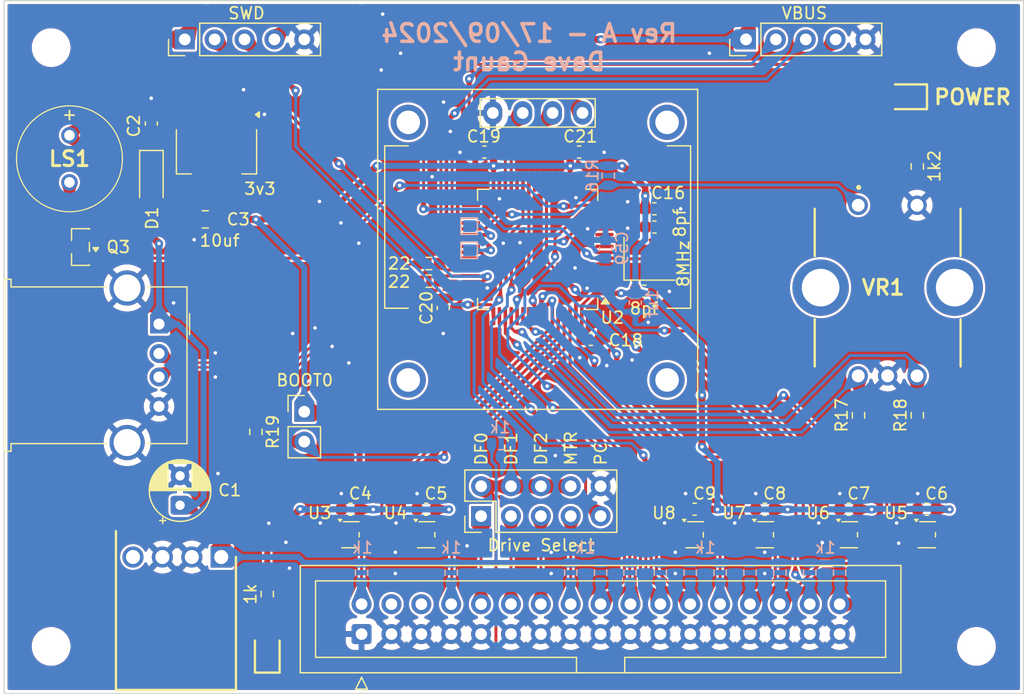
<source format=kicad_pcb>
(kicad_pcb (version 20241229) (generator "pcbnew") (generator_version "9.0")
  (layers (0 "F.Cu" signal) (2 "B.Cu" signal) (13 "F.Paste" user) (15 "B.Paste" user) (5 "F.SilkS" user "F.Silkscreen") (7 "B.SilkS" user "B.Silkscreen") (1 "F.Mask" user) (3 "B.Mask" user) (25 "Edge.Cuts" user))
  (net 0 "")
  (net 1 "GND")
  (net 2 "Net-(D1-K)")
  (net 3 "+5V")
  (net 4 "+3V3")
  (net 5 "NRST")
  (net 6 "/FLOPPY_WRITE_GATE")
  (net 7 "/PH1")
  (net 8 "/PH0")
  (net 9 "/FLOPPY_PC")
  (net 10 "/OLED_CLK")
  (net 11 "/OLED_DIO")
  (net 12 "/FLOPPY_DRIVE_SELECT")
  (net 15 "Net-(J5-Pin_2)")
  (net 17 "/SWD_CLK")
  (net 18 "/SWD_IO")
  (net 20 "/BTN_LEFT")
  (net 21 "USB_D+")
  (net 22 "USB_D-")
  (net 25 "/ROTARY_ENCODER_A")
  (net 26 "/BTN_RIGHT")
  (net 27 "/3V3_READ_DATA")
  (net 29 "/3V3_INDEX")
  (net 30 "/3V3_TRACK0")
  (net 34 "/BUZZER")
  (net 39 "/3V3_WRITE_PROTECT")
  (net 40 "/USART1-RX")
  (net 41 "/ROTARY_ENCODER_B")
  (net 42 "/3V3_READY")
  (net 43 "/ROTARY_ENCODER_SWITCH")
  (net 46 "/USART1-TX")
  (net 57 "/3V3_CHANGE")
  (net 58 "Net-(U2-PA11)")
  (net 59 "Net-(U2-PA12)")
  (net 60 "Net-(LED1-K)")
  (net 61 "Net-(LED2-A)")
  (net 64 "/FLOPPY_DIRECTION")
  (net 65 "/FLOPPY_TRACK0")
  (net 66 "/FLOPPY_INDEX")
  (net 67 "/FLOPPY_MOTOR_ON")
  (net 68 "/FLOPPY_WRITE_DATA")
  (net 69 "/FLOPPY_READ_DATA")
  (net 70 "/FLOPPY_STEP")
  (net 71 "/FLOPPY_WRITE_PROTECT")
  (net 72 "/FLOPPY_SIDE")
  (net 73 "/FLOPPY_READY")
  (net 74 "/FLOPPY_SELECT1")
  (net 75 "/FLOPPY_SELECT0")
  (net 76 "/FLOPPY_SELECT2")
  (net 77 "/FLOPPY_CHANGE")
  (net 80 "Net-(LS1--)")
  (footprint "Connector_PinHeader_2.54mm:PinHeader_1x05_P2.54mm_Vertical" (layer "F.Cu") (at 122.6 59.1375 90)
    (property "Reference" "J11" (hide yes))
    (property "Value" "SWD")
  )
  (footprint "Crystal:Crystal_SMD_SeikoEpson_FA238V-4Pin_3.2x2.5mm" (layer "F.Cu") (at 162.100001 77.7875)
    (property "Reference" "Y2" (hide yes))
    (property "Value" "8MHz")
  )
  (footprint "Diode_SMD:D_SOD-123" (layer "F.Cu") (at 119.7625 70.9375 -90)
    (property "Reference" "D1")
    (property "Value" "B140-E3" (hide yes))
  )
  (footprint "Capacitor_SMD:C_0603_1608Metric" (layer "F.Cu") (at 136.685888 99.071725 180)
    (property "Reference" "C4")
    (property "Value" "100nf" (hide yes))
  )
  (footprint "Connector_IDC:IDC-Header_2x17_P2.54mm_Vertical" (layer "F.Cu") (at 137.63 109.6875 90)
    (property "Reference" "J3" (hide yes))
    (property "Value" "Floppy")
  )
  (footprint "Resistor_SMD:R_0603_1608Metric" (layer "F.Cu") (at 143.35 79.6875 180)
    (property "Reference" "R1" (hide yes))
    (property "Value" "22")
  )
  (footprint "Capacitor_SMD:C_0603_1608Metric" (layer "F.Cu") (at 162.525002 73.5375 180)
    (property "Reference" "C16")
    (property "Value" "100nf" (hide yes))
  )
  (footprint "Capacitor_SMD:C_0603_1608Metric" (layer "F.Cu") (at 161.675 80.5375 180)
    (property "Reference" "C37" (hide yes))
    (property "Value" "8pf")
  )
  (footprint "SamacSys_Parts:SHDRRA4W69P0X250_1X4_1000X1350X670P" (layer "F.Cu") (at 125.7 103.1375 180)
    (property "Reference" "J7" (hide yes))
    (property "Value" "171826-4" (hide yes))
  )
  (footprint "Capacitor_SMD:C_0603_1608Metric" (layer "F.Cu") (at 179.055 99.071725 180)
    (property "Reference" "C7")
    (property "Value" "100nf" (hide yes))
  )
  (footprint "Connector_USB:USB_A_Molex_67643_Horizontal" (layer "F.Cu") (at 120.41 83.3375 -90)
    (property "Reference" "J12" (hide yes))
    (property "Value" "USB_A" (hide yes))
  )
  (footprint "Capacitor_SMD:C_0603_1608Metric" (layer "F.Cu") (at 162.525002 75.0875)
    (property "Reference" "C38" (hide yes))
    (property "Value" "8pf")
  )
  (footprint "Capacitor_SMD:C_0603_1608Metric" (layer "F.Cu") (at 171.9125 99.071725 180)
    (property "Reference" "C8")
    (property "Value" "100nf" (hide yes))
  )
  (footprint "Capacitor_SMD:C_0603_1608Metric" (layer "F.Cu") (at 144.575 81.9625 90)
    (property "Reference" "C20")
    (property "Value" "100nf" (hide yes))
  )
  (footprint "SamacSys_Parts:LEDC2012X90N" (layer "F.Cu") (at 183.92 64.0125 180)
    (property "Reference" "LED1" (hide yes))
    (property "Value" "POWER")
  )
  (footprint "Package_TO_SOT_SMD:SOT-353_SC-70-5" (layer "F.Cu") (at 136.685888 101.244225)
    (property "Reference" "U3")
    (property "Value" "74LVC1G07" (hide yes))
  )
  (footprint "Connector_PinHeader_2.54mm:PinHeader_1x02_P2.54mm_Vertical" (layer "F.Cu") (at 132.76 90.7875)
    (property "Reference" "J5" (hide yes))
    (property "Value" "BOOT0")
  )
  (footprint "Capacitor_SMD:C_0603_1608Metric" (layer "F.Cu") (at 148.075001 68.7125)
    (property "Reference" "C19")
    (property "Value" "100nf" (hide yes))
  )
  (footprint "Dave Footprints:128x64OLED" (layer "F.Cu") (at 152.6 76.9875)
    (property "Reference" "J2" (hide yes))
    (property "Value" "OLED")
  )
  (footprint "Capacitor_SMD:C_0603_1608Metric" (layer "F.Cu") (at 143.125 99.071725 180)
    (property "Reference" "C5")
    (property "Value" "100nf" (hide yes))
  )
  (footprint "Resistor_SMD:R_0603_1608Metric" (layer "F.Cu") (at 179.87 91.0875 90)
    (property "Reference" "R17")
    (property "Value" "10k" (hide yes))
  )
  (footprint "SamacSys_Parts:PEC11R-4XXXK-SXXXX" (layer "F.Cu") (at 182.35 80.2375)
    (property "Reference" "VR1")
    (property "Value" "PEC11R-4020K-S0024" (hide yes))
  )
  (footprint "Resistor_SMD:R_0603_1608Metric" (layer "F.Cu") (at 128.65 92.5025 -90)
    (property "Reference" "R19")
    (property "Value" "10K" (hide yes))
  )
  (footprint "Capacitor_THT:CP_Radial_D5.0mm_P2.50mm" (layer "F.Cu") (at 122.2 98.7375 90)
    (property "Reference" "C1")
    (property "Value" "470uf" (hide yes))
  )
  (footprint "MountingHole:MountingHole_2.5mm" (layer "F.Cu") (at 111.24 110.7375)
    (property "Reference" "H4" (hide yes))
    (property "Value" "MountingHole" (hide yes))
  )
  (footprint "Package_TO_SOT_SMD:SOT-223-3_TabPin2" (layer "F.Cu") (at 125.3 68.6625 -90)
    (property "Reference" "U1" (hide yes))
    (property "Value" "LD1117S33TR_SOT223" (hide yes))
  )
  (footprint "Capacitor_SMD:C_0603_1608Metric" (layer "F.Cu") (at 185.679627 99.071725 180)
    (property "Reference" "C6")
    (property "Value" "100nf" (hide yes))
  )
  (footprint "Package_TO_SOT_SMD:SOT-353_SC-70-5" (layer "F.Cu") (at 165.948388 101.244225)
    (property "Reference" "U8")
    (property "Value" "74LVC1G07" (hide yes))
  )
  (footprint "Resistor_SMD:R_0603_1608Metric" (layer "F.Cu") (at 184.87 91.0875 90)
    (property "Reference" "R18")
    (property "Value" "10k" (hide yes))
  )
  (footprint "Package_TO_SOT_SMD:SOT-353_SC-70-5" (layer "F.Cu") (at 185.679627 101.244225)
    (property "Reference" "U5")
    (property "Value" "74LVC1G07" (hide yes))
  )
  (footprint "SamacSys_Parts:CST951AP" (layer "F.Cu") (at 112.8 71.2875 180)
    (property "Reference" "LS1")
    (property "Value" "CST-951AP" (hide yes))
  )
  (footprint "Capacitor_SMD:C_0603_1608Metric" (layer "F.Cu") (at 119.7625 66.2875 -90)
    (property "Reference" "C2")
    (property "Value" "100nf" (hide yes))
  )
  (footprint "Capacitor_SMD:C_0805_2012Metric" (layer "F.Cu") (at 124.35 74.4375)
    (property "Reference" "C3")
    (property "Value" "10uf")
  )
  (footprint "Resistor_SMD:R_0603_1608Metric" (layer "F.Cu") (at 143.35 78.1875 180)
    (property "Reference" "R0" (hide yes))
    (property "Value" "22")
  )
  (footprint "Package_TO_SOT_SMD:SOT-23" (layer "F.Cu") (at 113.7375 76.7875 180)
    (property "Reference" "Q3")
    (property "Value" "BSS138")
  )
  (footprint "MountingHole:MountingHole_2.5mm" (layer "F.Cu") (at 189.9 110.7375)
    (property "Reference" "H3" (hide yes))
    (property "Value" "MountingHole" (hide yes))
  )
  (footprint "MountingHole:MountingHole_2.5mm" (layer "F.Cu") (at 111.24 59.8375)
    (property "Reference" "H1" (hide yes))
    (property "Value" "MountingHole" (hide yes))
  )
  (footprint "MountingHole:MountingHole_2.5mm" (layer "F.Cu") (at 189.9 59.8375)
    (property "Reference" "H2" (hide yes))
    (property "Value" "MountingHole" (hide yes))
  )
  (footprint "Package_TO_SOT_SMD:SOT-353_SC-70-5" (layer "F.Cu") (at 171.9125 101.244225)
    (property "Reference" "U7")
    (property "Value" "74LVC1G07" (hide yes))
  )
  (footprint "Package_TO_SOT_SMD:SOT-353_SC-70-5" (layer "F.Cu") (at 179.055 101.244225)
    (property "Reference" "U6")
    (property "Value" "74LVC1G07" (hide yes))
  )
  (footprint "Capacitor_SMD:C_0603_1608Metric" (layer "F.Cu") (at 165.948388 99.071725 180)
    (property "Reference" "C9")
    (property "Value" "100nf" (hide yes))
  )
  (footprint "Connector_PinHeader_2.54mm:PinHeader_2x05_P2.54mm_Vertical" (layer "F.Cu") (at 147.79 99.659735 90)
    (property "Reference" "J4" (hide yes))
    (property "Value" "Drive Select")
  )
  (footprint "Package_QFP:LQFP-64_10x10mm_P0.5mm" (layer "F.Cu") (at 152.6 76.9875 180)
    (property "Reference" "U2")
    (property "Value" "STM32F105RBTx" (hide yes))
  )
  (footprint "Capacitor_SMD:C_0603_1608Metric" (layer "F.Cu") (at 157.124999 84.6375 180)
    (property "Reference" "C18")
    (property "Value" "100nf" (hide yes))
  )
  (footprint "Resistor_SMD:R_0603_1608Metric" (layer "F.Cu") (at 129.615 106.2875 -90)
    (property "Reference" "R3" (hide yes))
    (property "Value" "1k")
  )
  (footprint "SamacSys_Parts:LEDC2012X90N" (layer "F.Cu") (at 129.615 111.1875 90)
    (property "Reference" "LED2" (hide yes))
    (property "Value" "Orange" (hide yes))
  )
  (footprint "Package_TO_SOT_SMD:SOT-353_SC-70-5" (layer "F.Cu") (at 143.125 101.244225)
    (property "Reference" "U4")
    (property "Value" "74LVC1G07" (hide yes))
  )
  (footprint "Connector_PinHeader_2.54mm:PinHeader_1x05_P2.54mm_Vertical" (layer "F.Cu") (at 170.31 59.1375 90)
    (property "Reference" "J6" (hide yes))
    (property "Value" "VBUS")
  )
  (footprint "Capacitor_SMD:C_0603_1608Metric" (layer "F.Cu") (at 156.125 68.7125 180)
    (property "Reference" "C21")
    (property "Value" "100nf" (hide yes))
  )
  (footprint "Resistor_SMD:R_0603_1608Metric" (layer "F.Cu") (at 184.87 69.9375 -90)
    (property "Reference" "R2" (hide yes))
    (property "Value" "1k2")
  )
  (footprint "Resistor_SMD:R_0603_1608Metric" (layer "B.Cu") (at 170.65 104.4625 -90)
    (property "Reference" "R13" (hide yes))
    (property "Value" "1k" (hide yes))
  )
  (footprint "TestPoint:TestPoint_Pad_1.0x1.0mm" (layer "B.Cu") (at 146.775 75.0125 180)
    (property "Reference" "TP2" (hide yes))
    (property "Value" "TestPoint" (hide yes))
  )
  (footprint "Resistor_SMD:R_0603_1608Metric" (layer "B.Cu") (at 137.63 104.4625 -90)
    (property "Reference" "R4" (hide yes))
    (property "Value" "1k")
  )
  (footprint "Resistor_SMD:R_0603_1608Metric" (layer "B.Cu") (at 163.03 104.4625 -90)
    (property "Reference" "R9" (hide yes))
    (property "Value" "1k" (hide yes))
  )
  (footprint "Resistor_SMD:R_0603_1608Metric" (layer "B.Cu") (at 173.19 104.4625 -90)
    (property "Reference" "R12" (hide yes))
    (property "Value" "1k" (hide yes))
  )
  (footprint "Capacitor_SMD:C_0603_1608Metric" (layer "B.Cu") (at 160.9 81.512499 -90)
    (property "Reference" "C17" (hide yes))
    (property "Value" "1uf")
  )
  (footprint "Resistor_SMD:R_0603_1608Metric" (layer "B.Cu") (at 165.57 104.4625 -90)
    (property "Reference" "R8" (hide yes))
    (property "Value" "1k" (hide yes))
  )
  (footprint "Resistor_SMD:R_0603_1608Metric" (layer "B.Cu") (at 168.11 104.4625 -90)
    (property "Reference" "R14" (hide yes))
    (property "Value" "1k")
  )
  (footprint "Resistor_SMD:R_0603_1608Metric" (layer "B.Cu") (at 160.45 104.4625 -90)
    (property "Reference" "R10" (hide yes))
    (property "Value" "1k" (hide yes))
  )
  (footprint "Resistor_SMD:R_0603_1608Metric" (layer "B.Cu") (at 149.505 93.4875)
    (property "Reference" "R15" (hide yes))
    (property "Value" "1k")
  )
  (footprint "Resistor_SMD:R_0603_1608Metric" (layer "B.Cu") (at 158.6 70.7125 -90)
    (property "Reference" "R16")
    (property "Value" "10k" (hide yes))
  )
  (footprint "TestPoint:TestPoint_Pad_1.0x1.0mm" (layer "B.Cu") (at 146.775 77.0625 180)
    (property "Reference" "TP1" (hide yes))
    (property "Value" "TestPoint" (hide yes))
  )
  (footprint "Resistor_SMD:R_0603_1608Metric" (layer "B.Cu") (at 157.95 104.4625 -90)
    (property "Reference" "R6" (hide yes))
    (property "Value" "1k")
  )
  (footprint "Resistor_SMD:R_0603_1608Metric" (layer "B.Cu") (at 175.73 104.4625 -90)
    (property "Reference" "R7" (hide yes))
    (property "Value" "1k" (hide yes))
  )
  (footprint "Resistor_SMD:R_0603_1608Metric" (layer "B.Cu") (at 155.41 104.4625 -90)
    (property "Reference" "R20" (hide yes))
    (property "Value" "1k" (hide yes))
  )
  (footprint "Resistor_SMD:R_0603_1608Metric" (layer "B.Cu") (at 178.27 104.4625 -90)
    (property "Reference" "R11" (hide yes))
    (property "Value" "1k")
  )
  (footprint "Capacitor_SMD:C_0603_1608Metric" (layer "B.Cu") (at 158.375 76.9625 -90)
    (property "Reference" "C59")
    (property "Value" "100nf" (hide yes))
  )
  (footprint "Resistor_SMD:R_0603_1608Metric" (layer "B.Cu") (at 145.25 104.4625 -90)
    (property "Reference" "R5" (hide yes))
    (property "Value" "1k")
  )
  (gr_rect (start 107.24 55.8375) (end 193.9 114.7375) (stroke (width 0.1)) (fill no) (layer "Edge.Cuts"))
  (gr_text "MTR" (at 156.01175 95.4375 90) (layer "F.SilkS") (effects (font (size 1 1)) (justify left bottom)))
  (gr_text "DF0\n" (at 148.39175 95.4375 90) (layer "F.SilkS") (effects (font (size 1 1)) (justify left bottom)))
  (gr_text "PC" (at 158.55175 95.4375 90) (layer "F.SilkS") (effects (font (size 1 1)) (justify left bottom)))
  (gr_text "DF1\n" (at 150.93175 95.4375 90) (layer "F.SilkS") (effects (font (size 1 1)) (justify left bottom)))
  (gr_text "DF2\n" (at 153.47175 95.4375 90) (layer "F.SilkS") (effects (font (size 1 1)) (justify left bottom)))
  (gr_text "+" (at 112.8 65.5 0) (layer "F.SilkS") (effects (font (size 1 1))))
  (gr_text "Rev A - 17/09/2024\nDave Gaunt\n" (at 151.875 61.9125 0) (layer "B.SilkS") (effects (font (size 1.5 1.5) (thickness 0.3) (bold yes)) (justify bottom mirror)))
  (segment (start 155.85 71.3125) (end 155.85 72.5875) (width 0.25) (layer "F.Cu") (net 1))
  (segment (start 178.28 99.071725) (end 178.28 97.744225) (width 0.25) (layer "F.Cu") (net 1))
  (segment (start 163.508388 99.071725) (end 165.173388 99.071725) (width 0.25) (layer "F.Cu") (net 1))
  (segment (start 135.910888 99.071725) (end 135.910888 97.744225) (width 0.25) (layer "F.Cu") (net 1))
  (segment (start 183.117127 100.244225) (end 183.117127 99.194225) (width 0.25) (layer "F.Cu") (net 1))
  (segment (start 140.685 99.071725) (end 142.35 99.071725) (width 0.25) (layer "F.Cu") (net 1))
  (segment (start 146.925 80.2375) (end 148.28469 80.2375) (width 0.25) (layer "F.Cu") (net 1))
  (segment (start 183.117127 99.194225) (end 183.239627 99.071725) (width 0.25) (layer "F.Cu") (net 1))
  (segment (start 148.28469 80.2375) (end 148.316148 80.268958) (width 0.25) (layer "F.Cu") (net 1))
  (segment (start 134.123388 101.494225) (end 134.123388 100.244225) (width 0.25) (layer "F.Cu") (net 1))
  (segment (start 165.173388 99.071725) (end 165.173388 97.744225) (width 0.25) (layer "F.Cu") (net 1))
  (segment (start 146 68.7375) (end 146.025 68.7125) (width 0.5) (layer "F.Cu") (net 1))
  (segment (start 160.9 75.1875) (end 161 75.0875) (width 0.5) (layer "F.Cu") (net 1))
  (segment (start 158.275 75.2375) (end 160.2 75.2375) (width 0.25) (layer "F.Cu") (net 1))
  (segment (start 156.8 80.332904) (end 155.85 81.282904) (width 0.25) (layer "F.Cu") (net 1))
  (segment (start 184.904627 99.071725) (end 184.904627 97.744225) (width 0.25) (layer "F.Cu") (net 1))
  (segment (start 165.060888 101.894225) (end 163.785888 101.894225) (width 0.25) (layer "F.Cu") (net 1))
  (segment (start 156.8 80.2875) (end 156.8 80.332904) (width 0.25) (layer "F.Cu") (net 1))
  (segment (start 127.6 63.4125) (end 127.6 65.5125) (width 0.5) (layer "F.Cu") (net 1))
  (segment (start 129.375 65.5125) (end 127.6 65.5125) (width 0.5) (layer "F.Cu") (net 1))
  (segment (start 163.385888 99.194225) (end 163.508388 99.071725) (width 0.25) (layer "F.Cu") (net 1))
  (segment (start 169.35 101.494225) (end 169.35 100.244225) (width 0.25) (layer "F.Cu") (net 1))
  (segment (start 163.385888 101.494225) (end 163.385888 100.244225) (width 0.25) (layer "F.Cu") (net 1))
  (segment (start 163.385888 100.244225) (end 163.385888 99.194225) (width 0.25) (layer "F.Cu") (net 1))
  (segment (start 161 75.0875) (end 161.750002 75.0875) (width 0.5) (layer "F.Cu") (net 1))
  (segment (start 161.750002 75.0875) (end 160.35 75.0875) (width 0.5) (layer "F.Cu") (net 1))
  (segment (start 171.025 101.894225) (end 169.75 101.894225) (width 0.25) (layer "F.Cu") (net 1))
  (segment (start 142.2375 101.894225) (end 140.9625 101.894225) (width 0.25) (layer "F.Cu") (net 1))
  (segment (start 140.5625 101.494225) (end 140.5625 100.244225) (width 0.25) (layer "F.Cu") (net 1))
  (segment (start 158.225 68.7125) (end 158.25 68.7375) (width 0.5) (layer "F.Cu") (net 1))
  (segment (start 160.9 76.8375) (end 160.9 75.1875) (width 0.5) (layer "F.Cu") (net 1))
  (segment (start 149.35 71.3125) (end 149.35 72.6875) (width 0.25) (layer "F.Cu") (net 1))
  (segment (start 140.9625 101.894225) (end 140.5625 101.494225) (width 0.25) (layer "F.Cu") (net 1))
  (segment (start 183.360402 101.894225) (end 184.792127 101.894225) (width 0.25) (layer "F.Cu") (net 1))
  (segment (start 183.239627 99.071725) (end 184.904627 99.071725) (width 0.25) (layer "F.Cu") (net 1))
  (segment (start 155.85 81.282904) (end 155.85 82.6625) (width 0.25) (layer "F.Cu") (net 1))
  (segment (start 169.75 101.894225) (end 169.35 101.494225) (width 0.25) (layer "F.Cu") (net 1))
  (segment (start 123.4 76.1625) (end 123.4 74.4375) (width 0.5) (layer "F.Cu") (net 1))
  (segment (start 169.4725 99.071725) (end 171.1375 99.071725) (width 0.25) (layer "F.Cu") (net 1))
  (segment (start 169.35 99.194225) (end 169.4725 99.071725) (width 0.25) (layer "F.Cu") (net 1))
  (segment (start 119.7625 65.5125) (end 119.7625 64.15) (width 0.5) (layer "F.Cu") (net 1))
  (segment (start 176.8 101.919225) (end 176.825 101.894225) (width 0.25) (layer "F.Cu") (net 1))
  (segment (start 160.2 75.2375) (end 160.25 75.1875) (width 0.25) (layer "F.Cu") (net 1))
  (segment (start 134.123388 99.194225) (end 134.245888 99.071725) (width 0.25) (layer "F.Cu") (net 1))
  (segment (start 135.798388 101.894225) (end 134.523388 101.894225) (width 0.25) (layer "F.Cu") (net 1))
  (segment (start 158.275 75.2375) (end 156.85 75.2375) (width 0.25) (layer "F.Cu") (net 1))
  (segment (start 171.1375 99.071725) (end 171.1375 97.744225) (width 0.25) (layer "F.Cu") (net 1))
  (segment (start 183.291495 101.963133) (end 183.360402 101.894225) (width 0.25) (layer "F.Cu") (net 1))
  (segment (start 176.825 101.894225) (end 178.1675 101.894225) (width 0.25) (layer "F.Cu") (net 1))
  (segment (start 176.4925 99.194225) (end 176.615 99.071725) (width 0.25) (layer "F.Cu") (net 1))
  (segment (start 169.35 100.244225) (end 169.35 99.194225) (width 0.25) (layer "F.Cu") (net 1))
  (segment (start 156.9 68.7125) (end 158.225 68.7125) (width 0.5) (layer "F.Cu") (net 1))
  (segment (start 160.35 75.0875) (end 160.25 75.1875) (width 0.5) (layer "F.Cu") (net 1))
  (segment (start 176.4925 100.244225) (end 176.4925 99.194225) (width 0.25) (layer "F.Cu") (net 1))
  (segment (start 134.245888 99.071725) (end 135.910888 99.071725) (width 0.25) (layer "F.Cu") (net 1))
  (segment (start 146.025 68.7125) (end 147.300001 68.7125) (width 0.5) (layer "F.Cu") (net 1))
  (segment (start 163.785888 101.894225) (end 163.385888 101.494225) (width 0.25) (layer "F.Cu") (net 1))
  (segment (start 140.5625 100.244225) (end 140.5625 99.194225) (width 0.25) (layer "F.Cu") (net 1))
  (segment (start 142.35 99.071725) (end 142.35 97.744225) (width 0.25) (layer "F.Cu") (net 1))
  (segment (start 134.523388 101.894225) (end 134.123388 101.494225) (width 0.25) (layer "F.Cu") (net 1))
  (segment (start 140.5625 99.194225) (end 140.685 99.071725) (width 0.25) (layer "F.Cu") (net 1))
  (segment (start 134.123388 100.244225) (end 134.123388 99.194225) (width 0.25) (layer "F.Cu") (net 1))
  (segment (start 176.615 99.071725) (end 178.28 99.071725) (width 0.25) (layer "F.Cu") (net 1))
  (segment (start 163.300002 73.5375) (end 164.75 73.5375) (width 0.5) (layer "F.Cu") (net 1))
  (segment (start 119.7625 64.15) (end 119.75 64.1375) (width 0.5) (layer "F.Cu") (net 1))
  (via (at 143.625 70.8125) (size 0.7) (drill 0.3) (layers "F.Cu" "B.Cu") (net 1))
  (via (at 129.75 100.2625) (size 0.7) (drill 0.3) (layers "F.Cu" "B.Cu") (net 1))
  (via (at 176.4925 100.244225) (size 0.7) (drill 0.3) (layers "F.Cu" "B.Cu") (net 1))
  (via (at 162 83.1875) (size 0.7) (drill 0.3) (layers "F.Cu" "B.Cu") (net 1))
  (via (at 160.25 75.1875) (size 0.7) (drill 0.3) (layers "F.Cu" "B.Cu") (net 1))
  (via (at 149.35 72.6875) (size 0.7) (drill 0.3) (layers "F.Cu" "B.Cu") (net 1))
  (via (at 123.4 76.1625) (size 0.7) (drill 0.3) (layers "F.Cu" "B.Cu") (net 1))
  (via (at 129.375 65.5125) (size 0.7) (drill 0.3) (layers "F.Cu" "B.Cu") (net 1))
  (via (at 171.1375 97.744225) (size 0.7) (drill 0.3) (layers "F.Cu" "B.Cu") (net 1))
  (via (at 131.775 84.1375) (size 0.7) (drill 0.3) (layers "F.Cu" "B.Cu") (net 1))
  (via (at 158.475 86.8625) (size 0.7) (drill 0.3) (layers "F.Cu" "B.Cu") (net 1))
  (via (at 144.575 84.1375) (size 0.7) (drill 0.3) (layers "F.Cu" "B.Cu") (net 1))
  (via (at 155.775 78.5625) (size 0.7) (drill 0.3) (layers "F.Cu" "B.Cu") (net 1))
  (via (at 145.175 66.9625) (size 0.7) (drill 0.3) (layers "F.Cu" "B.Cu") (net 1))
  (via (at 146.6 102.1875) (size 0.7) (drill 0.3) (layers "F.Cu" "B.Cu") (net 1))
  (via (at 131.2 101.8875) (size 0.7) (drill 0.3) (layers "F.Cu" "B.Cu") (net 1))
  (via (at 149.675 76.4625) (size 0.7) (drill 0.3) (layers "F.Cu" "B.Cu") (net 1))
  (via (at 140.5625 100.244225) (size 0.7) (drill 0.3) (layers "F.Cu" "B.Cu") (net 1))
  (via (at 136.55 86.6375) (size 0.7) (drill 0.3) (layers "F.Cu" "B.Cu") (net 1))
  (via (at 142.35 97.744225) (size 0.7) (drill 0.3) (layers "F.Cu" "B.Cu") (net 1))
  (via (at 169.35 100.244225) (size 0.7) (drill 0.3) (layers "F.Cu" "B.Cu") (net 1))
  (via (at 156.175 86.1875) (size 0.7) (drill 0.3) (layers "F.Cu" "B.Cu") (net 1))
  (via (at 140.5 104.5375) (size 0.7) (drill 0.3) (layers "F.Cu" "B.Cu") (net 1))
  (via (at 134.05 72.9125) (size 0.7) (drill 0.3) (layers "F.Cu" "B.Cu") (net 1))
  (via (at 154.1 94.5125) (size 0.7) (drill 0.3) (layers "F.Cu" "B.Cu") (net 1))
  (via (at 156.8 80.2875) (size 0.7) (drill 0.3) (layers "F.Cu" "B.Cu") (net 1))
  (via (at 153.75 102.7375) (size 0.7) (drill 0.3) (layers "F.Cu" "B.Cu") (net 1))
  (via (at 140.5 102.7375) (size 0.7) (drill 0.3) (layers "F.Cu" "B.Cu") (net 1))
  (via (at 125.425 96.0375) (size 0.7) (drill 0.3) (layers "F.Cu" "B.Cu") (net 1))
  (via (at 156.85 75.2375) (size 0.7) (drill 0.3) (layers "F.Cu" "B.Cu") (net 1))
  (via (at 125.2 85.7875) (size 0.7) (drill 0.3) (layers "F.Cu" "B.Cu") (net 1))
  (via (at 163.8 80.5625) (size 0.7) (drill 0.3) (layers "F.Cu" "B.Cu") (net 1))
  (via (at 164.75 73.5375) (size 0.7) (drill 0.3) (layers "F.Cu" "B.Cu") (net 1))
  (via (at 135.125 85.2375) (size 0.7) (drill 0.3) (layers "F.Cu" "B.Cu") (net 1))
  (via (at 151.1 76.4125) (size 0.7) (drill 0.3) (layers "F.Cu" "B.Cu") (net 1))
  (via (at 125.2 87.8375) (size 0.7) (drill 0.3) (layers "F.Cu" "B.Cu") (net 1))
  (via (at 183.291495 101.963133) (size 0.7) (drill 0.3) (layers "F.Cu" "B.Cu") (net 1))
  (via (at 167.2 60.3125) (size 0.7) (drill 0.3) (layers "F.Cu" "B.Cu") (net 1))
  (via (at 139.3 61.7375) (size 0.7) (drill 0.3) (layers "F.Cu" "B.Cu") (net 1))
  (via (at 140.95 60.3125) (size 0.7) (drill 0.3) (layers "F.Cu" "B.Cu") (net 1))
  (via (at 164.3 102.7375) (size 0.7) (drill 0.3) (layers "F.Cu" "B.Cu") (net 1))
  (via (at 155.85 72.5875) (size 0.7) (drill 0.3) (layers "F.Cu" "B.Cu") (net 1))
  (via (at 135.910888 97.744225) (size 0.7) (drill 0.3) (layers "F.Cu" "B.Cu") (net 1))
  (via (at 135.875 74.7375) (size 0.7) (drill 0.3) (layers "F.Cu" "B.Cu") (net 1))
  (via (at 148.316148 80.268958) (size 0.7) (drill 0.3) (layers "F.Cu" "B.Cu") (net 1))
  (via (at 144.6 64.4625) (size 0.7) (drill 0.3) (layers "F.Cu" "B.Cu") (net 1))
  (via (at 176.8 101.919225) (size 0.7) (drill 0.3) (layers "F.Cu" "B.Cu") (net 1))
  (via (at 160.625 86.3875) (size 0.7) (drill 0.3) (layers "F.Cu" "B.Cu") (net 1))
  (via (at 139.425 56.9875) (size 0.7) (drill 0.3) (layers "F.Cu" "B.Cu") (net 1))
  (via (at 134.123388 100.244225) (size 0.7) (drill 0.3) (layers "F.Cu" "B.Cu") (net 1))
  (via (at 133.675 83.6625) (size 0.7) (drill 0.3) (layers "F.Cu" "B.Cu") (net 1))
  (via (at 178.28 97.744225) (size 0.7) (drill 0.3) (layers "F.Cu" "B.Cu") (net 1))
  (via (at 121.65 81.5375) (size 0.7) (drill 0.3) (layers "F.Cu" "B.Cu") (net 1))
  (via (at 163.385888 100.244225) (size 0.7) (drill 0.3) (layers "F.Cu" "B.Cu") (net 1))
  (via (at 158.25 68.7375) (size 0.7) (drill 0.3) (layers "F.Cu" "B.Cu") (net 1))
  (via (at 146 68.7375) (size 0.7) (drill 0.3) (layers "F.Cu" "B.Cu") (net 1))
  (via (at 131.5 104.0875) (size 0.7) (drill 0.3) (layers "F.Cu" "B.Cu") (net 1))
  (via (at 183.117127 100.244225) (size 0.7) (drill 0.3) (layers "F.Cu" "B.Cu") (net 1))
  (via (at 160.25 72.9375) (size 0.7) (drill 0.3) (layers "F.Cu" "B.Cu") (net 1))
  (via (at 165.173388 97.744225) (size 0.7) (drill 0.3) (layers "F.Cu" "B.Cu") (net 1))
  (via (at 164.3 104.5375) (size 0.7) (drill 0.3) (layers "F.Cu" "B.Cu") (net 1))
  (via (at 171.9 102.7375) (size 0.7) (drill 0.3) (layers "F.Cu" "B.Cu") (net 1))
  (via (at 184.904627 97.744225) (size 0.7) (drill 0.3) (layers "F.Cu" "B.Cu") (net 1))
  (via (at 127.6 63.4125) (size 0.7) (drill 0.3) (layers "F.Cu" "B.Cu") (net 1))
  (via (at 171.9 104.5375) (size 0.7) (drill 0.3) (layers "F.Cu" "B.Cu") (net 1))
  (via (at 153.75 104.5375) (size 0.7) (drill 0.3) (layers "F.Cu" "B.Cu") (net 1))
  (via (at 137.4 76.4625) (size 0.7) (drill 0.3) (layers "F.Cu" "B.Cu") (net 1))
  (via (at 119.75 64.1375) (size 0.7) (drill 0.3) (layers "F.Cu" "B.Cu") (net 1))
  (segment (start 120.475 67.0625) (end 119.7625 67.0625) (width 0.5) (layer "F.Cu") (net 2))
  (segment (start 122.025 65.5125) (end 120.475 67.0625) (width 0.5) (layer "F.Cu") (net 2))
  (segment (start 119.7625 67.0625) (end 119.7625 69.2875) (width 0.5) (layer "F.Cu") (net 2))
  (segment (start 123 65.5125) (end 122.025 65.5125) (width 0.5) (layer "F.Cu") (net 2))
  (segment (start 119.7625 75.85) (end 119.7625 72.5875) (width 0.5) (layer "F.Cu") (net 3))
  (segment (start 125.7 103.1375) (end 125.7 101.3875) (width 0.5) (layer "F.Cu") (net 3))
  (segment (start 182.95 58.0875) (end 182.95 63.9925) (width 0.5) (layer "F.Cu") (net 3))
  (segment (start 118.1 72.5375) (end 112.85 67.2875) (width 0.5) (layer "F.Cu") (net 3))
  (segment (start 124.825 56.3875) (end 137.25 56.3875) (width 0.5) (layer "F.Cu") (net 3))
  (segment (start 123.05 98.7375) (end 122.2 98.7375) (width 0.5) (layer "F.Cu") (net 3))
  (segment (start 181.875 57.0125) (end 182.95 58.0875) (width 0.5) (layer "F.Cu") (net 3))
  (segment (start 119.7625 72.5875) (end 119.7125 72.5375) (width 0.5) (layer "F.Cu") (net 3))
  (segment (start 137.25 56.3875) (end 140 59.1375) (width 0.5) (layer "F.Cu") (net 3))
  (segment (start 119.7125 72.5375) (end 118.1 72.5375) (width 0.5) (layer "F.Cu") (net 3))
  (segment (start 112.85 67.2875) (end 121 59.1375) (width 0.5) (layer "F.Cu") (net 3))
  (segment (start 120.4 76.4875) (end 119.7625 75.85) (width 0.5) (layer "F.Cu") (net 3))
  (segment (start 170.31 58.2775) (end 171.575 57.0125) (width 0.5) (layer "F.Cu") (net 3))
  (segment (start 125.7 101.3875) (end 123.05 98.7375) (width 0.5) (layer "F.Cu") (net 3))
  (segment (start 121 59.1375) (end 122.6 59.1375) (width 0.5) (layer "F.Cu") (net 3))
  (segment (start 122.6 58.6125) (end 124.825 56.3875) (width 0.5) (layer "F.Cu") (net 3))
  (segment (start 170.31 59.1375) (end 170.31 58.2775) (width 0.5) (layer "F.Cu") (net 3))
  (segment (start 120.41 76.4875) (end 120.4 76.4875) (width 0.5) (layer "F.Cu") (net 3))
  (segment (start 122.6 59.1375) (end 122.6 58.6125) (width 0.5) (layer "F.Cu") (net 3))
  (segment (start 171.575 57.0125) (end 181.875 57.0125) (width 0.5) (layer "F.Cu") (net 3))
  (segment (start 112.85 67.2875) (end 112.8 67.2875) (width 0.5) (layer "F.Cu") (net 3))
  (segment (start 140 59.1375) (end 157.975 59.1375) (width 0.5) (layer "F.Cu") (net 3))
  (segment (start 182.95 63.9925) (end 182.97 64.0125) (width 0.5) (layer "F.Cu") (net 3))
  (via (at 157.975 59.1375) (size 0.7) (drill 0.3) (layers "F.Cu" "B.Cu") (net 3))
  (via (at 120.41 76.4875) (size 0.7) (drill 0.3) (layers "F.Cu" "B.Cu") (net 3))
  (segment (start 178.27 103.6375) (end 175.73 103.6375) (width 0.5) (layer "B.Cu") (net 3))
  (segment (start 137.63 103.6375) (end 132.75 103.6375) (width 0.5) (layer "B.Cu") (net 3))
  (segment (start 163.03 103.6375) (end 165.57 103.6375) (width 0.5) (layer "B.Cu") (net 3))
  (segment (start 155.41 103.6375) (end 157.95 103.6375) (width 0.5) (layer "B.Cu") (net 3))
  (segment (start 124.2 85.5375) (end 122 83.3375) (width 0.5) (layer "B.Cu") (net 3))
  (segment (start 149.075 103.6375) (end 149.075 95.3875) (width 0.25) (layer "B.Cu") (net 3))
  (segment (start 122.2 98.7375) (end 123.5 98.7375) (width 0.5) (layer "B.Cu") (net 3))
  (segment (start 173.19 103.6375) (end 175.73 103.6375) (width 0.5) (layer "B.Cu") (net 3))
  (segment (start 122 83.3375) (end 120.41 83.3375) (width 0.5) (layer "B.Cu") (net 3))
  (segment (start 124.2 98.0375) (end 124.2 85.5375) (width 0.5) (layer "B.Cu") (net 3))
  (segment (start 123.5 98.7375) (end 124.2 98.0375) (width 0.5) (layer "B.Cu") (net 3))
  (segment (start 137.63 103.6375) (end 145.25 103.6375) (width 0.5) (layer "B.Cu") (net 3))
  (segment (start 145.25 103.6375) (end 155.41 103.6375) (width 0.5) (layer "B.Cu") (net 3))
  (segment (start 168.11 103.6375) (end 170.65 103.6375) (width 0.5) (layer "B.Cu") (net 3))
  (segment (start 132.25 103.1375) (end 125.7 103.1375) (width 0.5) (layer "B.Cu") (net 3))
  (segment (start 157.975 59.1375) (end 170.31 59.1375) (width 0.5) (layer "B.Cu") (net 3))
  (segment (start 148.7 93.5075) (end 148.68 93.4875) (width 0.25) (layer "B.Cu") (net 3))
  (segment (start 165.57 103.6375) (end 168.11 103.6375) (width 0.5) (layer "B.Cu") (net 3))
  (segment (start 149.075 95.3875) (end 148.7 95.0125) (width 0.25) (layer "B.Cu") (net 3))
  (segment (start 132.75 103.6375) (end 132.25 103.1375) (width 0.5) (layer "B.Cu") (net 3))
  (segment (start 120.41 83.3375) (end 120.41 76.4875) (width 0.5) (layer "B.Cu") (net 3))
  (segment (start 170.65 103.6375) (end 173.19 103.6375) (width 0.5) (layer "B.Cu") (net 3))
  (segment (start 148.7 95.0125) (end 148.7 93.5075) (width 0.25) (layer "B.Cu") (net 3))
  (segment (start 157.95 103.6375) (end 160.49 103.6375) (width 0.5) (layer "B.Cu") (net 3))
  (segment (start 160.49 103.6375) (end 163.03 103.6375) (width 0.5) (layer "B.Cu") (net 3))
  (segment (start 143.9 100.481725) (end 144.0125 100.594225) (width 0.3) (layer "F.Cu") (net 4))
  (segment (start 156.349999 84.6375) (end 156.349999 82.6625) (width 0.25) (layer "F.Cu") (net 4))
  (segment (start 148.850001 68.7125) (end 148.850001 67.867499) (width 0.5) (layer "F.Cu") (net 4))
  (segment (start 161.75 71.7375) (end 159.9 69.8875) (width 0.5) (layer "F.Cu") (net 4))
  (segment (start 156.349999 81.737501) (end 156.349999 82.6625) (width 0.25) (layer "F.Cu") (net 4))
  (segment (start 180.97 99.071725) (end 179.83 99.071725) (width 0.5) (layer "F.Cu") (net 4))
  (segment (start 161.750002 73.5375) (end 161.75 73.537498) (width 0.25) (layer "F.Cu") (net 4))
  (segment (start 187.594627 99.071725) (end 186.454627 99.071725) (width 0.5) (layer "F.Cu") (net 4))
  (segment (start 138.600888 99.071725) (end 137.460888 99.071725) (width 0.5) (layer "F.Cu") (net 4))
  (segment (start 161.75 73.537498) (end 160.800002 73.537498) (width 0.25) (layer "F.Cu") (net 4))
  (segment (start 187.617127 99.094225) (end 187.594627 99.071725) (width 0.5) (layer "F.Cu") (net 4))
  (segment (start 161.75 72.4375) (end 161.75 71.7375) (width 0.5) (layer "F.Cu") (net 4))
  (segment (start 172.6875 100.481725) (end 172.8 100.594225) (width 0.3) (layer "F.Cu") (net 4))
  (segment (start 155.35 71.3125) (end 155.35 69.9125) (width 0.25) (layer "F.Cu") (net 4))
  (segment (start 145.0625 99.094225) (end 145.04 99.071725) (width 0.5) (layer "F.Cu") (net 4))
  (segment (start 155.35 69.8625) (end 155.375 69.8875) (width 0.5) (layer "F.Cu") (net 4))
  (segment (start 159.9 69.8875) (end 159.775 69.8875) (width 0.5) (layer "F.Cu") (net 4))
  (segment (start 146.925 80.737499) (end 146.025001 80.737499) (width 0.25) (layer "F.Cu") (net 4))
  (segment (start 134.025 90.7875) (end 132.76 90.7875) (width 0.5) (layer "F.Cu") (net 4))
  (segment (start 125.3 74.4375) (end 125.3 71.8125) (width 0.5) (layer "F.Cu") (net 4))
  (segment (start 158.275 80.737499) (end 159.675001 80.737499) (width 0.25) (layer "F.Cu") (net 4))
  (segment (start 172.6875 99.071725) (end 172.6875 100.481725) (width 0.3) (layer "F.Cu") (net 4))
  (segment (start 148.850001 68.7125) (end 148.850001 69.8875) (width 0.5) (layer "F.Cu") (net 4))
  (segment (start 129.615 105.4625) (end 129.615 101.8475) (width 0.5) (layer "F.Cu") (net 4))
  (segment (start 173.8275 99.071725) (end 172.6875 99.071725) (width 0.5) (layer "F.Cu") (net 4))
  (segment (start 134.375 74.4375) (end 125.3 74.4375) (width 0.5) (layer "F.Cu") (net 4))
  (segment (start 143.9 99.071725) (end 143.9 100.481725) (width 0.3) (layer "F.Cu") (net 4))
  (segment (start 179.83 99.071725) (end 179.83 100.481725) (width 0.3) (layer "F.Cu") (net 4))
  (segment (start 186.454627 96.442127) (end 184.87 94.8575) (width 0.5) (layer "F.Cu") (net 4))
  (segment (start 161.75 72.4375) (end 161.75 73.537498) (width 0.5) (layer "F.Cu") (net 4))
  (segment (start 140.6 81.1875) (end 132.76 89.0275) (width 0.5) (layer "F.Cu") (net 4))
  (segment (start 167.863388 99.071725) (end 166.723388 99.071725) (width 0.5) (layer "F.Cu") (net 4))
  (segment (start 159.6 74.7375) (end 158.275 74.7375) (width 0.25) (layer "F.Cu") (net 4))
  (segment (start 184.87 94.8575) (end 184.87 91.9125) (width 0.5) (layer "F.Cu") (net 4))
  (segment (start 138.925 69.8875) (end 134.375 74.4375) (width 0.5) (layer "F.Cu") (net 4))
  (segment (start 155.35 68.7125) (end 155.35 69.8625) (width 0.5) (layer "F.Cu") (net 4))
  (segment (start 145.575 81.1875) (end 144.575 81.1875) (width 0.25) (layer "F.Cu") (net 4))
  (segment (start 146.025001 80.737499) (end 145.575 81.1875) (width 0.25) (layer "F.Cu") (net 4))
  (segment (start 159.675001 80.737499) (end 159.7 80.7125) (width 0.25) (layer "F.Cu") (net 4))
  (segment (start 179.87 91.9125) (end 184.87 91.9125) (width 0.5) (layer "F.Cu") (net 4))
  (segment (start 128.65 74.4375) (end 125.3 74.4375) (width 0.5) (layer "F.Cu") (net 4))
  (segment (start 180.9925 99.094225) (end 180.97 99.071725) (width 0.5) (layer "F.Cu") (net 4))
  (segment (start 137.460888 100.481725) (end 137.573388 100.594225) (width 0.3) (layer "F.Cu") (net 4))
  (segment (start 132.76 89.0275) (end 132.76 90.7875) (width 0.5) (layer "F.Cu") (net 4))
  (segment (start 166.575 93.7625) (end 166.575 91.2625) (width 0.5) (layer "F.Cu") (net 4))
  (segment (start 137.460888 99.071725) (end 137.460888 94.223388) (width 0.5) (layer "F.Cu") (net 4))
  (segment (start 186.454627 99.071725) (end 186.454627 100.481725) (width 0.3) (layer "F.Cu") (net 4))
  (segment (start 138.623388 99.094225) (end 138.600888 99.071725) (width 0.5) (layer "F.Cu") (net 4))
  (segment (start 137.460888 99.071725) (end 137.460888 100.481725) (width 0.3) (layer "F.Cu") (net 4))
  (segment (start 186.454627 100.481725) (end 186.567127 100.594225) (width 0.3) (layer "F.Cu") (net 4))
  (segment (start 160.800002 73.537498) (end 159.6 74.7375) (width 0.25) (layer "F.Cu") (net 4))
  (segment (start 148.850001 71.3125) (end 148.850001 69.8875) (width 0.25) (layer "F.Cu") (net 4))
  (segment (start 166.723388 100.481725) (end 166.835888 100.594225) (width 0.3) (layer "F.Cu") (net 4))
  (segment (start 129.615 101.8475) (end 132.4 99.0625) (width 0.5) (layer "F.Cu") (net 4))
  (segment (start 173.85 99.094225) (end 173.8275 99.071725) (width 0.5) (layer "F.Cu") (net 4))
  (segment (start 137.460888 94.223388) (end 134.025 90.7875) (width 0.5) (layer "F.Cu") (net 4))
  (segment (start 167.885888 99.094225) (end 167.863388 99.071725) (width 0.5) (layer "F.Cu") (net 4))
  (segment (start 148.850001 67.867499) (end 151.33 65.3875) (width 0.5) (layer "F.Cu") (net 4))
  (segment (start 157.350001 80.737499) (end 156.349999 81.737501) (width 0.25) (layer "F.Cu") (net 4))
  (segment (start 166.723388 99.071725) (end 166.723388 100.481725) (width 0.3) (layer "F.Cu") (net 4))
  (segment (start 158.275 80.737499) (end 157.350001 80.737499) (width 0.25) (layer "F.Cu") (net 4))
  (segment (start 166.575 91.2625) (end 166.566059 91.253559) (width 0.5) (layer "F.Cu") (net 4))
  (segment (start 186.454627 98.987587) (end 186.454627 96.442127) (width 0.5) (layer "F.Cu") (net 4))
  (segment (start 144.575 81.1875) (end 140.6 81.1875) (width 0.5) (layer "F.Cu") (net 4))
  (segment (start 145.04 99.071725) (end 143.9 99.071725) (width 0.5) (layer "F.Cu") (net 4))
  (segment (start 179.83 100.481725) (end 179.9425 100.594225) (width 0.3) (layer "F.Cu") (net 4))
  (segment (start 125.3 71.8875) (end 125.3 65.5875) (width 0.5) (layer "F.Cu") (net 4))
  (segment (start 155.35 69.9125) (end 155.375 69.8875) (width 0.25) (layer "F.Cu") (net 4))
  (segment (start 166.566059 91.253559) (end 166.566059 89.378733) (width 0.5) (layer "F.Cu") (net 4))
  (via (at 145.0625 99.094225) (size 0.7) (drill 0.3) (layers "F.Cu" "B.Cu") (net 4))
  (via (at 161.75 72.4375) (size 0.7) (drill 0.3) (layers "F.Cu" "B.Cu") (net 4))
  (via (at 180.9925 99.094225) (size 0.7) (drill 0.3) (layers "F.Cu" "B.Cu") (net 4))
  (via (at 159.775 69.8875) (size 0.7) (drill 0.3) (layers "F.Cu" "B.Cu") (net 4))
  (via (at 148.850001 69.8875) (size 0.7) (drill 0.3) (layers "F.Cu" "B.Cu") (net 4))
  (via (at 138.623388 99.094225) (size 0.7) (drill 0.3) (layers "F.Cu" "B.Cu") (net 4))
  (via (at 132.4 99.0625) (size 0.7) (drill 0.3) (layers "F.Cu" "B.Cu") (net 4))
  (via (at 138.925 69.8875) (size 0.7) (drill 0.3) (layers "F.Cu" "B.Cu") (net 4))
  (via (at 159.7 80.7125) (size 0.7) (drill 0.3) (layers "F.Cu" "B.Cu") (net 4))
  (via (at 173.85 99.094225) (size 0.7) (drill 0.3) (layers "F.Cu" "B.Cu") (net 4))
  (via (at 187.617127 99.094225) (size 0.7) (drill 0.3) (layers "F.Cu" "B.Cu") (net 4))
  (via (at 167.885888 99.094225) (size 0.7) (drill 0.3) (layers "F.Cu" "B.Cu") (net 4))
  (via (at 166.566059 89.378733) (size 0.7) (drill 0.3) (layers "F.Cu" "B.Cu") (net 4))
  (via (at 155.375 69.8875) (size 0.7) (drill 0.3) (layers "F.Cu" "B.Cu") (net 4))
  (via (at 128.65 74.4375) (size 0.7) (drill 0.3) (layers "F.Cu" "B.Cu") (net 4))
  (via (at 166.575 93.7625) (size 0.7) (drill 0.3) (layers "F.Cu" "B.Cu") (net 4))
  (segment (start 166.566059 89.378733) (end 166.566059 85.078559) (width 0.5) (layer "B.Cu") (net 4))
  (segment (start 145.0625 99.094225) (end 138.623388 99.094225) (width 0.5) (layer "B.Cu") (net 4))
  (segment (start 181.049225 99.0375) (end 187.589714 99.0375) (width 0.5) (layer "B.Cu") (net 4))
  (segment (start 132.431725 99.094225) (end 132.4 99.0625) (width 0.5) (layer "B.Cu") (net 4))
  (segment (start 155.375 69.8875) (end 148.850001 69.8875) (width 0.5) (layer "B.Cu") (net 4))
  (segment (start 148.850001 69.8875) (end 138.925 69.8875) (width 0.5) (layer "B.Cu") (net 4))
  (segment (start 161.75 76.1625) (end 160.9 77.0125) (width 0.5) (layer "B.Cu") (net 4))
  (segment (start 162.224999 80.737499) (end 160.9 80.737499) (width 0.5) (layer "B.Cu") (net 4))
  (segment (start 160.9 77.0125) (end 160.9 80.737499) (width 0.5) (layer "B.Cu") (net 4))
  (segment (start 180.9925 99.094225) (end 181.049225 99.0375) (width 0.5) (layer "B.Cu") (net 4))
  (segment (start 167.885888 95.098388) (end 167.885888 99.094225) (width 0.5) (layer "B.Cu") (net 4))
  (segment (start 187.589714 99.0375) (end 187.617127 99.010087) (width 0.5) (layer "B.Cu") (net 4))
  (segment (start 166.566059 85.078559) (end 162.224999 80.737499) (width 0.5) (layer "B.Cu") (net 4))
  (segment (start 167.885888 99.094225) (end 173.85 99.094225) (width 0.5) (layer "B.Cu") (net 4))
  (segment (start 159.7 80.7125) (end 160.875001 80.7125) (width 0.25) (layer "B.Cu") (net 4))
  (segment (start 161.75 72.4375) (end 161.75 76.1625) (width 0.5) (layer "B.Cu") (net 4))
  (segment (start 173.85 99.094225) (end 180.9925 99.094225) (width 0.5) (layer "B.Cu") (net 4))
  (segment (start 160.875001 80.7125) (end 160.9 80.737499) (width 0.25) (layer "B.Cu") (net 4))
  (segment (start 166.575 93.7875) (end 167.885888 95.098388) (width 0.5) (layer "B.Cu") (net 4))
  (segment (start 158.6 69.8875) (end 159.775 69.8875) (width 0.5) (layer "B.Cu") (net 4))
  (segment (start 138.623388 99.094225) (end 132.431725 99.094225) (width 0.5) (layer "B.Cu") (net 4))
  (segment (start 132.76 78.5475) (end 132.76 90.7875) (width 0.5) (layer "B.Cu") (net 4))
  (segment (start 155.375 69.8875) (end 158.6 69.8875) (width 0.5) (layer "B.Cu") (net 4))
  (segment (start 128.65 74.4375) (end 132.76 78.5475) (width 0.5) (layer "B.Cu") (net 4))
  (segment (start 166.575 93.7625) (end 166.575 93.7875) (width 0.5) (layer "B.Cu") (net 4))
  (segment (start 131.845 57.5125) (end 130.22 59.1375) (width 0.25) (layer "F.Cu") (net 5))
  (segment (start 136.675 57.5125) (end 131.845 57.5125) (width 0.25) (layer "F.Cu") (net 5))
  (segment (start 143.875 64.7125) (end 139.45 60.2875) (width 0.25) (layer "F.Cu") (net 5))
  (segment (start 143.875 68.0125) (end 143.875 64.7125) (width 0.25) (layer "F.Cu") (net 5))
  (segment (start 139.45 60.2875) (end 136.675 57.5125) (width 0.25) (layer "F.Cu") (net 5))
  (segment (start 158.275 77.7375) (end 157.18101 77.7375) (width 0.25) (layer "F.Cu") (net 5))
  (segment (start 157.18101 77.7375) (end 156.778005 77.334495) (width 0.25) (layer "F.Cu") (net 5))
  (segment (start 140.425 61.2625) (end 139.45 60.2875) (width 0.25) (layer "F.Cu") (net 5))
  (segment (start 142.875 73.5625) (end 142.9 73.5375) (width 0.25) (layer "F.Cu") (net 5))
  (segment (start 175.805 61.2625) (end 140.425 61.2625) (width 0.25) (layer "F.Cu") (net 5))
  (segment (start 142.9 68.9875) (end 143.875 68.0125) (width 0.25) (layer "F.Cu") (net 5))
  (segment (start 177.93 59.1375) (end 175.805 61.2625) (width 0.25) (layer "F.Cu") (net 5))
  (segment (start 142.9 73.5375) (end 142.9 68.9875) (width 0.25) (layer "F.Cu") (net 5))
  (via (at 156.778005 77.334495) (size 0.7) (drill 0.3) (layers "F.Cu" "B.Cu") (net 5))
  (via (at 142.875 73.5625) (size 0.7) (drill 0.3) (layers "F.Cu" "B.Cu") (net 5))
  (segment (start 149.775 75.2375) (end 154.68101 75.2375) (width 0.25) (layer "B.Cu") (net 5))
  (segment (start 148.1 73.5625) (end 149.775 75.2375) (width 0.25) (layer "B.Cu") (net 5))
  (segment (start 142.875 73.5625) (end 148.1 73.5625) (width 0.25) (layer "B.Cu") (net 5))
  (segment (start 157.18101 77.7375) (end 158.375 77.7375) (width 0.25) (layer "B.Cu") (net 5))
  (segment (start 156.778005 77.334495) (end 157.18101 77.7375) (width 0.25) (layer "B.Cu") (net 5))
  (segment (start 154.68101 75.2375) (end 156.778005 77.334495) (width 0.25) (layer "B.Cu") (net 5))
  (segment (start 162.7 94.24969) (end 155.35 86.89969) (width 0.25) (layer "F.Cu") (net 6))
  (segment (start 165.57 107.1475) (end 162.7 104.2775) (width 0.25) (layer "F.Cu") (net 6))
  (segment (start 162.7 104.2775) (end 162.7 94.24969) (width 0.25) (layer "F.Cu") (net 6))
  (segment (start 155.35 86.89969) (end 155.35 82.6625) (width 0.25) (layer "F.Cu") (net 6))
  (segment (start 165.57 105.2875) (end 165.57 107.1475) (width 0.5) (layer "B.Cu") (net 6))
  (segment (start 158.275 78.237499) (end 159.450001 78.237499) (width 0.25) (layer "F.Cu") (net 7))
  (segment (start 162.35 77.7875) (end 163.3 76.8375) (width 0.25) (layer "F.Cu") (net 7))
  (segment (start 163.3 76.8375) (end 163.300002 76.8375) (width 0.25) (layer "F.Cu") (net 7))
  (segment (start 159.450001 78.237499) (end 159.9 77.7875) (width 0.25) (layer "F.Cu") (net 7))
  (segment (start 159.9 77.7875) (end 162.35 77.7875) (width 0.25) (layer "F.Cu") (net 7))
  (segment (start 163.300002 74.8375) (end 163.300002 76.8375) (width 0.25) (layer "F.Cu") (net 7))
  (segment (start 158.275 78.7375) (end 160.9 78.7375) (width 0.25) (layer "F.Cu") (net 8))
  (segment (start 160.9 80.7375) (end 160.9 78.7375) (width 0.25) (layer "F.Cu") (net 8))
  (segment (start 151.350001 74.612499) (end 151.350001 71.3125) (width 0.25) (layer "F.Cu") (net 9))
  (segment (start 150.375 75.5875) (end 151.350001 74.612499) (width 0.25) (layer "F.Cu") (net 9))
  (segment (start 150.375 80.4375) (end 150.375 75.5875) (width 0.25) (layer "F.Cu") (net 9))
  (segment (start 152.025 90.5625) (end 156.675 95.2125) (width 0.25) (layer "F.Cu") (net 9))
  (segment (start 156.675 98.384735) (end 157.95 99.659735) (width 0.25) (layer "F.Cu") (net 9))
  (segment (start 156.675 95.2125) (end 156.675 98.384735) (width 0.25) (layer "F.Cu") (net 9))
  (via (at 150.375 80.4375) (size 0.7) (drill 0.3) (layers "F.Cu" "B.Cu") (net 9))
  (via (at 152.025 90.5625) (size 0.7) (drill 0.3) (layers "F.Cu" "B.Cu") (net 9))
  (segment (start 150.025 80.7875) (end 150.025 81.8125) (width 0.25) (layer "B.Cu") (net 9))
  (segment (start 148.675 83.1625) (end 148.675 87.1625) (width 0.25) (layer "B.Cu") (net 9))
  (segment (start 150.375 80.4375) (end 150.025 80.7875) (width 0.25) (layer "B.Cu") (net 9))
  (segment (start 148.675 87.1625) (end 152.025 90.5125) (width 0.25) (layer "B.Cu") (net 9))
  (segment (start 150.025 81.8125) (end 148.675 83.1625) (width 0.25) (layer "B.Cu") (net 9))
  (segment (start 152.025 90.5125) (end 152.025 90.5625) (width 0.25) (layer "B.Cu") (net 9))
  (segment (start 152.55 64.7375) (end 153.275 64.0125) (width 0.25) (layer "F.Cu") (net 10))
  (segment (start 149.85 68.76969) (end 152.55 66.06969) (width 0.25) (layer "F.Cu") (net 10))
  (segment (start 152.55 66.06969) (end 152.55 64.7375) (width 0.25) (layer "F.Cu") (net 10))
  (segment (start 149.85 71.3125) (end 149.85 68.76969) (width 0.25) (layer "F.Cu") (net 10))
  (segment (start 153.275 64.0125) (end 155.035 64.0125) (width 0.25) (layer "F.Cu") (net 10))
  (segment (start 155.035 64.0125) (end 156.41 65.3875) (width 0.25) (layer "F.Cu") (net 10))
  (segment (start 150.35 71.3125) (end 150.35 68.9075) (width 0.25) (layer "F.Cu") (net 11))
  (segment (start 150.35 68.9075) (end 153.87 65.3875) (width 0.25) (layer "F.Cu") (net 11))
  (segment (start 152.793251 97.119735) (end 155.333251 97.119735) (width 0.5) (layer "F.Cu") (net 12))
  (segment (start 150.253251 97.119735) (end 152.793251 97.119735) (width 0.5) (layer "F.Cu") (net 12))
  (segment (start 154.809495 76.321995) (end 156.893991 74.2375) (width 0.25) (layer "F.Cu") (net 12))
  (segment (start 156.893991 74.2375) (end 158.275 74.2375) (width 0.25) (layer "F.Cu") (net 12))
  (segment (start 147.675 112.1375) (end 129.615 112.1375) (width 0.25) (layer "F.Cu") (net 12))
  (segment (start 149.05 98.379735) (end 149.05 110.7625) (width 0.25) (layer "F.Cu") (net 12))
  (segment (start 147.713251 97.119735) (end 150.253251 97.119735) (width 0.5) (layer "F.Cu") (net 12))
  (segment (start 149.05 110.7625) (end 147.675 112.1375) (width 0.25) (layer "F.Cu") (net 12))
  (segment (start 147.79 97.119735) (end 149.05 98.379735) (width 0.25) (layer "F.Cu") (net 12))
  (via (at 154.809495 76.321995) (size 0.7) (drill 0.3) (layers "F.Cu" "B.Cu") (net 12))
  (segment (start 154.8 76.3125) (end 153.35 76.3125) (width 0.25) (layer "B.Cu") (net 12))
  (segment (start 150.33 92.4175) (end 150.33 93.4875) (width 0.25) (layer "B.Cu") (net 12))
  (segment (start 150.33 93.4875) (end 150.33 97.119735) (width 0.25) (layer "B.Cu") (net 12))
  (segment (start 150.425 79.2375) (end 150.419 79.2375) (width 0.25) (layer "B.Cu") (net 12))
  (segment (start 150.419 79.2375) (end 147.2 82.4565) (width 0.25) (layer "B.Cu") (net 12))
  (segment (start 154.809495 76.321995) (end 154.8 76.3125) (width 0.25) (layer "B.Cu") (net 12))
  (segment (start 147.2 89.2875) (end 150.33 92.4175) (width 0.25) (layer "B.Cu") (net 12))
  (segment (start 147.2 82.4565) (end 147.2 89.2875) (width 0.25) (layer "B.Cu") (net 12))
  (segment (start 153.35 76.3125) (end 150.425 79.2375) (width 0.25) (layer "B.Cu") (net 12))
  (segment (start 144.65 94.6625) (end 144.65 94.1875) (width 0.25) (layer "F.Cu") (net 15))
  (segment (start 154.35 84.4875) (end 154.35 82.6625) (width 0.25) (layer "F.Cu") (net 15))
  (segment (start 132.76 93.3275) (end 128.65 93.3275) (width 0.25) (layer "F.Cu") (net 15))
  (segment (start 144.65 94.1875) (end 154.35 84.4875) (width 0.25) (layer "F.Cu") (net 15))
  (via (at 144.65 94.6625) (size 0.7) (drill 0.3) (layers "F.Cu" "B.Cu") (net 15))
  (segment (start 144.65 94.6625) (end 134.075 94.6625) (width 0.25) (layer "B.Cu") (net 15))
  (segment (start 132.76 93.3475) (end 132.76 93.3275) (width 0.25) (layer "B.Cu") (net 15))
  (segment (start 134.075 94.6625) (end 132.76 93.3475) (width 0.25) (layer "B.Cu") (net 15))
  (segment (start 146.65 81.6875) (end 148.6 81.6875) (width 0.25) (layer "F.Cu") (net 17))
  (segment (start 148.6 81.6875) (end 148.850001 81.937501) (width 0.25) (layer "F.Cu") (net 17))
  (segment (start 148.850001 81.937501) (end 148.850001 82.6625) (width 0.25) (layer "F.Cu") (net 17))
  (segment (start 132.025 63.4825) (end 127.68 59.1375) (width 0.25) (layer "F.Cu") (net 17))
  (via (at 132.025 63.4825) (size 0.7) (drill 0.3) (layers "F.Cu" "B.Cu") (net 17))
  (via (at 146.65 81.6875) (size 0.7) (drill 0.3) (layers "F.Cu" "B.Cu") (net 17))
  (segment (start 146.65 81.6875) (end 145.45 81.6875) (width 0.25) (layer "B.Cu") (net 17))
  (segment (start 145.45 81.6875) (end 132.025 68.2625) (width 0.25) (layer "B.Cu") (net 17))
  (segment (start 132.025 68.2625) (end 132.025 63.4825) (width 0.25) (layer "B.Cu") (net 17))
  (segment (start 125.14 59.3275) (end 125.14 59.1375) (width 0.25) (layer "F.Cu") (net 18))
  (segment (start 147.9 79.7375) (end 146.925 79.7375) (width 0.25) (layer "F.Cu") (net 18))
  (segment (start 129.5 63.4875) (end 129.49 63.4875) (width 0.25) (layer "F.Cu") (net 18))
  (segment (start 148.35 79.2875) (end 147.9 79.7375) (width 0.25) (layer "F.Cu") (net 18))
  (segment (start 129.49 63.4875) (end 125.14 59.1375) (width 0.25) (layer "F.Cu") (net 18))
  (segment (start 135.7 69.6875) (end 129.5 63.4875) (width 0.25) (layer "F.Cu") (net 18))
  (via (at 135.7 69.6875) (size 0.7) (drill 0.3) (layers "F.Cu" "B.Cu") (net 18))
  (via (at 148.35 79.2875) (size 0.7) (drill 0.3) (layers "F.Cu" "B.Cu") (net 18))
  (segment (start 145.3 79.2875) (end 135.7 69.6875) (width 0.25) (layer "B.Cu") (net 18))
  (segment (start 148.35 79.2875) (end 145.3 79.2875) (width 0.25) (layer "B.Cu") (net 18))
  (segment (start 148.628299 76.790799) (end 148.075 76.2375) (width 0.25) (layer "F.Cu") (net 20))
  (segment (start 148.075 76.2375) (end 146.925 76.2375) (width 0.25) (layer "F.Cu") (net 20))
  (segment (start 148.628299 77.0625) (end 148.628299 76.790799) (width 0.25) (layer "F.Cu") (net 20))
  (via (at 148.628299 77.0625) (size 0.7) (drill 0.3) (layers "F.Cu" "B.Cu") (net 20))
  (segment (start 148.628299 77.0625) (end 146.775 77.0625) (width 0.25) (layer "B.Cu") (net 20))
  (segment (start 132.122903 87.013499) (end 121.234001 87.013499) (width 0.2) (layer "F.Cu") (net 21))
  (segment (start 141.287499 79.1625) (end 141.287499 79.149999) (width 0.2) (layer "F.Cu") (net 21))
  (segment (start 121.234001 87.013499) (end 120.41 87.8375) (width 0.2) (layer "F.Cu") (net 21))
  (segment (start 142.525 79.6875) (end 141.812499 79.6875) (width 0.2) (layer "F.Cu") (net 21))
  (segment (start 141.812499 79.6875) (end 141.287499 79.1625) (width 0.2) (layer "F.Cu") (net 21))
  (segment (start 141.287499 79.149999) (end 141.251 79.1135) (width 0.2) (layer "F.Cu") (net 21))
  (segment (start 140.022902 79.1135) (end 132.122903 87.013499) (width 0.2) (layer "F.Cu") (net 21))
  (segment (start 141.251 79.1135) (end 140.022902 79.1135) (width 0.2) (layer "F.Cu") (net 21))
  (segment (start 141.287499 78.7125) (end 139.856802 78.7125) (width 0.2) (layer "F.Cu") (net 22))
  (segment (start 142.525 78.1875) (end 141.812499 78.1875) (width 0.2) (layer "F.Cu") (net 22))
  (segment (start 141.812499 78.1875) (end 141.287499 78.7125) (width 0.2) (layer "F.Cu") (net 22))
  (segment (start 131.956803 86.612499) (end 121.184999 86.612499) (width 0.2) (layer "F.Cu") (net 22))
  (segment (start 121.184999 86.612499) (end 120.41 85.8375) (width 0.2) (layer "F.Cu") (net 22))
  (segment (start 139.856802 78.7125) (end 131.956803 86.612499) (width 0.2) (layer "F.Cu") (net 22))
  (segment (start 150.0615 84.324) (end 149.85 84.1125) (width 0.25) (layer "F.Cu") (net 25))
  (segment (start 150.0615 84.330009) (end 150.0615 84.324) (width 0.25) (layer "F.Cu") (net 25))
  (segment (start 149.85 84.1125) (end 149.85 82.6625) (width 0.25) (layer "F.Cu") (net 25))
  (segment (start 179.87 90.2625) (end 179.87 87.7375) (width 0.5) (layer "F.Cu") (net 25))
  (segment (start 150.847702 85.089798) (end 150.827298 85.089798) (width 0.25) (layer "F.Cu") (net 25))
  (segment (start 150.827298 85.089798) (end 150.4635 84.726) (width 0.25) (layer "F.Cu") (net 25))
  (segment (start 150.457491 84.726) (end 150.0615 84.330009) (width 0.25) (layer "F.Cu") (net 25))
  (segment (start 150.4635 84.726) (end 150.457491 84.726) (width 0.25) (layer "F.Cu") (net 25))
  (via (at 150.847702 85.089798) (size 0.7) (drill 0.3) (layers "F.Cu" "B.Cu") (net 25))
  (segment (start 150.847702 85.089798) (end 150.847702 85.135202) (width 0.25) (layer "B.Cu") (net 25))
  (segment (start 153.05 87.3375) (end 153.4 87.3375) (width 0.25) (layer "B.Cu") (net 25))
  (segment (start 150.847702 85.135202) (end 153.05 87.3375) (width 0.25) (layer "B.Cu") (net 25))
  (segment (start 175.05 92.5375) (end 179.85 87.7375) (width 0.25) (layer "B.Cu") (net 25))
  (segment (start 158.6 92.5375) (end 175.05 92.5375) (width 0.25) (layer "B.Cu") (net 25))
  (segment (start 153.4 87.3375) (end 158.6 92.5375) (width 0.25) (layer "B.Cu") (net 25))
  (segment (start 148.529595 75.7375) (end 147.943111 75.7375) (width 0.25) (layer "F.Cu") (net 26))
  (segment (start 147.943111 75.7375) (end 147.94311 75.737501) (width 0.25) (layer "F.Cu") (net 26))
  (segment (start 147.94311 75.737501) (end 146.925 75.737501) (width 0.25) (layer "F.Cu") (net 26))
  (segment (start 148.628299 75.836204) (end 148.529595 75.7375) (width 0.25) (layer "F.Cu") (net 26))
  (via (at 148.628299 75.836204) (size 0.7) (drill 0.3) (layers "F.Cu" "B.Cu") (net 26))
  (segment (start 147.750003 75.0125) (end 146.775 75.0125) (width 0.25) (layer "B.Cu") (net 26))
  (segment (start 148.573707 75.836204) (end 147.750003 75.0125) (width 0.25) (layer "B.Cu") (net 26))
  (segment (start 148.628299 75.836204) (end 148.573707 75.836204) (width 0.25) (layer "B.Cu") (net 26))
  (segment (start 163.4 83.9125) (end 165.225 83.9125) (width 0.25) (layer "F.Cu") (net 27))
  (segment (start 165.225 83.9125) (end 175.775 94.4625) (width 0.25) (layer "F.Cu") (net 27))
  (segment (start 153.35 77.9625) (end 153.35 71.3125) (width 0.25) (layer "F.Cu") (net 27))
  (segment (start 155.778308 80.4) (end 155.778308 80.390808) (width 0.25) (layer "F.Cu") (net 27))
  (segment (start 163.375 83.8875) (end 163.4 83.9125) (width 0.25) (layer "F.Cu") (net 27))
  (segment (start 176.156725 101.244225) (end 178.1675 101.244225) (width 0.25) (layer "F.Cu") (net 27))
  (segment (start 175.775 94.4625) (end 175.775 100.8625) (width 0.25) (layer "F.Cu") (net 27))
  (segment (start 175.775 100.8625) (end 176.156725 101.244225) (width 0.25) (layer "F.Cu") (net 27))
  (segment (start 155.778308 80.390808) (end 153.35 77.9625) (width 0.25) (layer "F.Cu") (net 27))
  (segment (start 155.782904 80.395404) (end 155.778308 80.4) (width 0.25) (layer "F.Cu") (net 27))
  (via (at 155.782904 80.395404) (size 0.7) (drill 0.3) (layers "F.Cu" "B.Cu") (net 27))
  (via (at 163.375 83.8875) (size 0.7) (drill 0.3) (layers "F.Cu" "B.Cu") (net 27))
  (segment (start 157.775 80.9625) (end 156.325 80.9625) (width 0.25) (layer "B.Cu") (net 27))
  (segment (start 155.782904 80.420404) (end 155.782904 80.395404) (width 0.25) (layer "B.Cu") (net 27))
  (segment (start 163.375 83.8875) (end 163.35 83.8625) (width 0.25) (layer "B.Cu") (net 27))
  (segment (start 163.35 83.8625) (end 160.675 83.8625) (width 0.25) (layer "B.Cu") (net 27))
  (segment (start 156.325 80.9625) (end 155.782904 80.420404) (width 0.25) (layer "B.Cu") (net 27))
  (segment (start 160.675 83.8625) (end 157.775 80.9625) (width 0.25) (layer "B.Cu") (net 27))
  (segment (start 145 101.2375) (end 145.9 100.3375) (width 0.25) (layer "F.Cu") (net 29))
  (segment (start 154.85 85.5125) (end 154.85 82.6625) (width 0.25) (layer "F.Cu") (net 29))
  (segment (start 145.9 100.3375) (end 145.9 94.4625) (width 0.25) (layer "F.Cu") (net 29))
  (segment (start 145.9 94.4625) (end 154.85 85.5125) (width 0.25) (layer "F.Cu") (net 29))
  (segment (start 142.244225 101.2375) (end 145 101.2375) (width 0.25) (layer "F.Cu") (net 29))
  (segment (start 142.2375 101.244225) (end 142.244225 101.2375) (width 0.25) (layer "F.Cu") (net 29))
  (segment (start 153.35 81.7875) (end 153.35 82.6625) (width 0.25) (layer "F.Cu") (net 30))
  (segment (start 157.425 87.5125) (end 168.6 98.6875) (width 0.25) (layer "F.Cu") (net 30))
  (segment (start 157.425 86.4375) (end 157.425 87.5125) (width 0.25) (layer "F.Cu") (net 30))
  (segment (start 153.785202 81.352298) (end 153.35 81.7875) (width 0.25) (layer "F.Cu") (net 30))
  (segment (start 168.6 100.3875) (end 167.743275 101.244225) (width 0.25) (layer "F.Cu") (net 30))
  (segment (start 168.6 98.6875) (end 168.6 100.3875) (width 0.25) (layer "F.Cu") (net 30))
  (segment (start 167.743275 101.244225) (end 165.060888 101.244225) (width 0.25) (layer "F.Cu") (net 30))
  (via (at 153.833623 81.3375) (size 0.7) (drill 0.3) (layers "F.Cu" "B.Cu") (net 30))
  (via (at 157.425 86.4375) (size 0.7) (drill 0.3) (layers "F.Cu" "B.Cu") (net 30))
  (segment (start 157.425 86.4375) (end 153.833623 82.846123) (width 0.25) (layer "B.Cu") (net 30))
  (segment (start 153.833623 82.846123) (end 153.833623 81.3375) (width 0.25) (layer "B.Cu") (net 30))
  (segment (start 140.8625 71.55) (end 134.675 77.7375) (width 0.25) (layer "F.Cu") (net 34))
  (segment (start 134.675 77.7375) (end 114.675 77.7375) (width 0.25) (layer "F.Cu") (net 34))
  (segment (start 156.181009 73.3125) (end 156.256008 73.237501) (width 0.25) (layer "F.Cu") (net 34))
  (segment (start 154.8 73.3125) (end 156.181009 73.3125) (width 0.25) (layer "F.Cu") (net 34))
  (segment (start 156.256008 73.237501) (end 158.275 73.237501) (width 0.25) (layer "F.Cu") (net 34))
  (via (at 140.8625 71.55) (size 0.7) (drill 0.3) (layers "F.Cu" "B.Cu") (net 34))
  (via (at 154.8 73.3125) (size 0.7) (drill 0.3) (layers "F.Cu" "B.Cu") (net 34))
  (segment (start 140.8625 71.55) (end 151.5625 71.55) (width 0.25) (layer "B.Cu") (net 34))
  (segment (start 153.325 73.3125) (end 154.8 73.3125) (width 0.25) (layer "B.Cu") (net 34))
  (segment (start 151.5625 71.55) (end 153.325 73.3125) (width 0.25) (layer "B.Cu") (net 34))
  (segment (start 152.860756 81.047113) (end 152.860756 81.617509) (width 0.25) (layer "F.Cu") (net 39))
  (segment (start 152.931357 80.976512) (end 152.860756 81.047113) (width 0.25) (layer "F.Cu") (net 39))
  (segment (start 174.55 100.2375) (end 173.594275 101.193225) (width 0.25) (layer "F.Cu") (net 39))
  (segment (start 173.594275 101.193225) (end 171.076 101.193225) (width 0.25) (layer "F.Cu") (net 39))
  (segment (start 170.85 94.6375) (end 174.55 98.3375) (width 0.25) (layer "F.Cu") (net 39))
  (segment (start 171.076 101.193225) (end 171.025 101.244225) (width 0.25) (layer "F.Cu") (net 39))
  (segment (start 152.85 81.628265) (end 152.85 82.6625) (width 0.25) (layer "F.Cu") (net 39))
  (segment (start 166.325 94.6375) (end 170.85 94.6375) (width 0.25) (layer "F.Cu") (net 39))
  (segment (start 152.860756 81.617509) (end 152.85 81.628265) (width 0.25) (layer "F.Cu") (net 39))
  (segment (start 174.55 98.3375) (end 174.55 100.2375) (width 0.25) (layer "F.Cu") (net 39))
  (segment (start 159.325 87.6375) (end 166.325 94.6375) (width 0.25) (layer "F.Cu") (net 39))
  (segment (start 159.325 85.872868) (end 159.325 87.6375) (width 0.25) (layer "F.Cu") (net 39))
  (segment (start 153.009191 80.976512) (end 152.931357 80.976512) (width 0.25) (layer "F.Cu") (net 39))
  (via (at 159.325 85.872868) (size 0.7) (drill 0.3) (layers "F.Cu" "B.Cu") (net 39))
  (via (at 153.009191 80.976512) (size 0.7) (drill 0.3) (layers "F.Cu" "B.Cu") (net 39))
  (segment (start 154.113632 80.6615) (end 153.305866 80.6615) (width 0.25) (layer "B.Cu") (net 39))
  (segment (start 153.305866 80.6615) (end 153.009191 80.958175) (width 0.25) (layer "B.Cu") (net 39))
  (segment (start 153.009191 80.958175) (end 153.009191 80.976512) (width 0.25) (layer "B.Cu") (net 39))
  (segment (start 159.325 85.872868) (end 154.113632 80.6615) (width 0.25) (layer "B.Cu") (net 39))
  (segment (start 144.375 66.5875) (end 144.375 76.9125) (width 0.25) (layer "F.Cu") (net 40))
  (segment (start 144.375 76.9125) (end 145.699999 78.237499) (width 0.25) (layer "F.Cu") (net 40))
  (segment (start 145.699999 78.237499) (end 146.925 78.237499) (width 0.25) (layer "F.Cu") (net 40))
  (segment (start 145.55 65.4125) (end 144.375 66.5875) (width 0.25) (layer "F.Cu") (net 40))
  (via (at 145.55 65.4125) (size 0.7) (drill 0.3) (layers "F.Cu" "B.Cu") (net 40))
  (segment (start 148.475 62.4875) (end 172.04 62.4875) (width 0.25) (layer "B.Cu") (net 40))
  (segment (start 145.55 65.4125) (end 148.475 62.4875) (width 0.25) (layer "B.Cu") (net 40))
  (segment (start 172.04 62.4875) (end 175.39 59.1375) (width 0.25) (layer "B.Cu") (net 40))
  (segment (start 150.7 84.0125) (end 150.35 83.6625) (width 0.25) (layer "F.Cu") (net 41))
  (segment (start 151.275 84.0125) (end 150.7 84.0125) (width 0.25) (layer "F.Cu") (net 41))
  (segment (start 184.87 90.2625) (end 184.87 87.7375) (width 0.5) (layer "F.Cu") (net 41))
  (segment (start 150.35 83.6625) (end 150.35 82.6625) (width 0.25) (layer "F.Cu") (net 41))
  (via (at 151.275 84.0125) (size 0.7) (drill 0.3) (layers "F.Cu" "B.Cu") (net 41))
  (segment (start 183.9 86.0125) (end 184.85 86.9625) (width 0.25) (layer "B.Cu") (net 41))
  (segment (start 151.275 84.0125) (end 151.275 84.0375) (width 0.25) (layer "B.Cu") (net 41))
  (segment (start 179.15 86.0125) (end 183.9 86.0125) (width 0.25) (layer "B.Cu") (net 41))
  (segment (start 152.65 85.4125) (end 152.95 85.4125) (width 0.25) (layer "B.Cu") (net 41))
  (segment (start 151.275 84.0375) (end 152.65 85.4125) (width 0.25) (layer "B.Cu") (net 41))
  (segment (start 159.05 91.5125) (end 173.65 91.5125) (width 0.25) (layer "B.Cu") (net 41))
  (segment (start 152.95 85.4125) (end 159.05 91.5125) (width 0.25) (layer "B.Cu") (net 41))
  (segment (start 184.85 86.9625) (end 184.85 87.7375) (width 0.25) (layer "B.Cu") (net 41))
  (segment (start 173.65 91.5125) (end 179.15 86.0125) (width 0.25) (layer "B.Cu") (net 41))
  (segment (start 173.525 89.3625) (end 182.275 98.1125) (width 0.25) (layer "F.Cu") (net 42))
  (segment (start 151.85 83.5125) (end 151.85 82.6625) (width 0.25) (layer "F.Cu") (net 42))
  (segment (start 182.275 100.6625) (end 182.875 101.2625) (width 0.25) (layer "F.Cu") (net 42))
  (segment (start 173.5 89.3625) (end 173.525 89.3625) (width 0.25) (layer "F.Cu") (net 42))
  (segment (start 152.414584 83.987498) (end 152.324998 83.987498) (width 0.25) (layer "F.Cu") (net 42))
  (segment (start 182.875 101.2625) (end 184.689714 101.2625) (width 0.25) (layer "F.Cu") (net 42))
  (segment (start 152.324998 83.987498) (end 151.85 83.5125) (width 0.25) (layer "F.Cu") (net 42))
  (segment (start 182.275 98.1125) (end 182.275 100.6625) (width 0.25) (layer "F.Cu") (net 42))
  (via (at 152.414584 83.987498) (size 0.7) (drill 0.3) (layers "F.Cu" "B.Cu") (net 42))
  (via (at 173.5 89.3625) (size 0.7) (drill 0.3) (layers "F.Cu" "B.Cu") (net 42))
  (segment (start 152.414584 83.987498) (end 152.943989 83.987498) (width 0.25) (layer "B.Cu") (net 42))
  (segment (start 173.475 89.3625) (end 173.5 89.3625) (width 0.25) (layer "B.Cu") (net 42))
  (segment (start 159.493991 90.5375) (end 172.3 90.5375) (width 0.25) (layer "B.Cu") (net 42))
  (segment (start 152.943989 83.987498) (end 159.493991 90.5375) (width 0.25) (layer "B.Cu") (net 42))
  (segment (start 172.3 90.5375) (end 173.475 89.3625) (width 0.25) (layer "B.Cu") (net 42))
  (segment (start 148.125 75.2375) (end 149.35 74.0125) (width 0.25) (layer "F.Cu") (net 43))
  (segment (start 149.35 74.0125) (end 150.425 74.0125) (width 0.25) (layer "F.Cu") (net 43))
  (segment (start 146.925 75.2375) (end 148.125 75.2375) (width 0.25) (layer "F.Cu") (net 43))
  (via (at 150.425 74.0125) (size 0.7) (drill 0.3) (layers "F.Cu" "B.Cu") (net 43))
  (segment (start 155.55 74.0125) (end 158.025 71.5375) (width 0.25) (layer "B.Cu") (net 43))
  (segment (start 150.425 74.0125) (end 155.55 74.0125) (width 0.25) (layer "B.Cu") (net 43))
  (segment (start 178.144 71.5115) (end 179.87 73.2375) (width 0.25) (layer "B.Cu") (net 43))
  (segment (start 158.626 71.5115) (end 178.144 71.5115) (width 0.25) (layer "B.Cu") (net 43))
  (segment (start 158.6 71.5375) (end 158.626 71.5115) (width 0.25) (layer "B.Cu") (net 43))
  (segment (start 158.025 71.5375) (end 158.6 71.5375) (width 0.25) (layer "B.Cu") (net 43))
  (segment (start 145.875 77.7375) (end 146.925 77.7375) (width 0.25) (layer "F.Cu") (net 46))
  (segment (start 145.324 77.1865) (end 145.875 77.7375) (width 0.25) (layer "F.Cu") (net 46))
  (segment (start 146.775 66.4625) (end 145.324 67.9135) (width 0.25) (layer "F.Cu") (net 46))
  (segment (start 146.775 62.4875) (end 146.775 66.4625) (width 0.25) (layer "F.Cu") (net 46))
  (segment (start 145.324 67.9135) (end 145.324 77.1865) (width 0.25) (layer "F.Cu") (net 46))
  (via (at 146.775 62.4875) (size 0.7) (drill 0.3) (layers "F.Cu" "B.Cu") (net 46))
  (segment (start 146.775 62.4875) (end 148.075 61.1875) (width 0.25) (layer "B.Cu") (net 46))
  (segment (start 148.075 61.1875) (end 170.8 61.1875) (width 0.25) (layer "B.Cu") (net 46))
  (segment (start 170.8 61.1875) (end 172.85 59.1375) (width 0.25) (layer "B.Cu") (net 46))
  (segment (start 135.798388 101.244225) (end 138.543275 101.244225) (width 0.25) (layer "F.Cu") (net 57))
  (segment (start 139.35 98.006678) (end 153.849999 83.506679) (width 0.25) (layer "F.Cu") (net 57))
  (segment (start 153.849999 83.506679) (end 153.849999 82.6625) (width 0.25) (layer "F.Cu") (net 57))
  (segment (start 138.543275 101.244225) (end 139.35 100.4375) (width 0.25) (layer "F.Cu") (net 57))
  (segment (start 139.35 100.4375) (end 139.35 98.006678) (width 0.25) (layer "F.Cu") (net 57))
  (segment (start 146.925 78.7375) (end 144.725 78.7375) (width 0.25) (layer "F.Cu") (net 58))
  (segment (start 144.725 78.7375) (end 144.175 78.1875) (width 0.25) (layer "F.Cu") (net 58))
  (segment (start 144.625 79.2375) (end 144.175 79.6875) (width 0.25) (layer "F.Cu") (net 59))
  (segment (start 144.3 79.6875) (end 144.175 79.6875) (width 0.25) (layer "F.Cu") (net 59))
  (segment (start 144.75 79.2375) (end 144.3 79.6875) (width 0.25) (layer "F.Cu") (net 59))
  (segment (start 146.925 79.2375) (end 144.625 79.2375) (width 0.25) (layer "F.Cu") (net 59))
  (segment (start 184.87 64.0125) (end 184.87 69.1125) (width 0.25) (layer "F.Cu") (net 60))
  (segment (start 129.615 110.2375) (end 129.615 107.1125) (width 0.25) (layer "F.Cu") (net 61))
  (segment (start 150.833756 81.242179) (end 151.325 80.750935) (width 0.25) (layer "F.Cu") (net 64))
  (segment (start 159.975 105.1225) (end 157.95 107.1475) (width 0.25) (layer "F.Cu") (net 64))
  (segment (start 151.85 79.6625) (end 151.85 71.3125) (width 0.25) (layer "F.Cu") (net 64))
  (segment (start 151.325 80.750935) (end 151.325 80.1875) (width 0.25) (layer "F.Cu") (net 64))
  (segment (start 159.975 96.0625) (end 159.975 105.1225) (width 0.25) (layer "F.Cu") (net 64))
  (segment (start 153.8875 90.45) (end 154.3625 90.45) (width 0.25) (layer "F.Cu") (net 64))
  (segment (start 154.3625 90.45) (end 159.975 96.0625) (width 0.25) (layer "F.Cu") (net 64))
  (segment (start 151.325 80.1875) (end 151.85 79.6625) (width 0.25) (layer "F.Cu") (net 64))
  (via (at 153.8875 90.45) (size 0.7) (drill 0.3) (layers "F.Cu" "B.Cu") (net 64))
  (via (at 150.833756 81.242179) (size 0.7) (drill 0.3) (layers "F.Cu" "B.Cu") (net 64))
  (segment (start 149.35 83.4625) (end 150.833756 81.978744) (width 0.25) (layer "B.Cu") (net 64))
  (segment (start 153.8875 90.425) (end 149.35 85.8875) (width 0.25) (layer "B.Cu") (net 64))
  (segment (start 153.8875 90.45) (end 153.8875 90.425) (width 0.25) (layer "B.Cu") (net 64))
  (segment (start 157.95 105.2875) (end 157.95 107.1475) (width 0.5) (layer "B.Cu") (net 64))
  (segment (start 150.833756 81.978744) (end 150.833756 81.242179) (width 0.25) (layer "B.Cu") (net 64))
  (segment (start 149.35 85.8875) (end 149.35 83.4625) (width 0.25) (layer "B.Cu") (net 64))
  (segment (start 167.606725 101.894225) (end 166.835888 101.894225) (width 0.25) (layer "F.Cu") (net 65))
  (segment (start 168.11 102.3975) (end 167.606725 101.894225) (width 0.25) (layer "F.Cu") (net 65))
  (segment (start 168.11 107.1475) (end 168.11 102.3975) (width 0.25) (layer "F.Cu") (net 65))
  (segment (start 168.11 107.1475) (end 168.11 105.2875) (width 0.5) (layer "B.Cu") (net 65))
  (segment (start 145.3 107.0975) (end 145.3 102.3375) (width 0.25) (layer "F.Cu") (net 66))
  (segment (start 145.25 107.1475) (end 145.3 107.0975) (width 0.25) (layer "F.Cu") (net 66))
  (segment (start 144.856725 101.894225) (end 144.0125 101.894225) (width 0.25) (layer "F.Cu") (net 66))
  (segment (start 145.3 102.3375) (end 144.856725 101.894225) (width 0.25) (layer "F.Cu") (net 66))
  (segment (start 145.25 105.2875) (end 145.25 107.1475) (width 0.5) (layer "B.Cu") (net 66))
  (segment (start 155.41 107.1475) (end 155.41 99.659735) (width 0.25) (layer "F.Cu") (net 67))
  (segment (start 155.41 105.2875) (end 155.41 107.1475) (width 0.5) (layer "B.Cu") (net 67))
  (segment (start 149.325 81.272537) (end 149.45 81.147537) (width 0.25) (layer "F.Cu") (net 68))
  (segment (start 163.03 106.5175) (end 163.03 107.1475) (width 0.25) (layer "F.Cu") (net 68))
  (segment (start 161.791667 94.5875) (end 161.791667 105.279167) (width 0.25) (layer "F.Cu") (net 68))
  (segment (start 149.45 81.147537) (end 149.45 78.918322) (width 0.25) (layer "F.Cu") (net 68))
  (segment (start 161.791667 105.279167) (end 163.03 106.5175) (width 0.25) (layer "F.Cu") (net 68))
  (segment (start 161.5875 94.475) (end 161.7 94.5875) (width 0.25) (layer "F.Cu") (net 68))
  (segment (start 149.45 78.918322) (end 147.769178 77.2375) (width 0.25) (layer "F.Cu") (net 68))
  (segment (start 149.325 81.2875) (end 149.325 81.272537) (width 0.25) (layer "F.Cu") (net 68))
  (segment (start 147.769178 77.2375) (end 146.925 77.2375) (width 0.25) (layer "F.Cu") (net 68))
  (via (at 161.5875 94.475) (size 0.7) (drill 0.3) (layers "F.Cu" "B.Cu") (net 68))
  (via (at 149.325 81.2875) (size 0.7) (drill 0.3) (layers "F.Cu" "B.Cu") (net 68))
  (segment (start 161.5875 94.475) (end 160.575 93.4625) (width 0.25) (layer "B.Cu") (net 68))
  (segment (start 160.575 93.4625) (end 153.075 93.4625) (width 0.25) (layer "B.Cu") (net 68))
  (segment (start 147.95 82.6625) (end 149.325 81.2875) (width 0.25) (layer "B.Cu") (net 68))
  (segment (start 163.03 105.2875) (end 163.03 107.1475) (width 0.5) (layer "B.Cu") (net 68))
  (segment (start 153.075 93.4625) (end 147.95 88.3375) (width 0.25) (layer "B.Cu") (net 68))
  (segment (start 147.95 88.3375) (end 147.95 82.6625) (width 0.25) (layer "B.Cu") (net 68))
  (segment (start 179.1 103.6875) (end 179.95 102.8375) (width 0.25) (layer "F.Cu") (net 69))
  (segment (start 179.95 102.8375) (end 179.95 101.901725) (width 0.25) (layer "F.Cu") (net 69))
  (segment (start 179.95 101.901725) (end 179.9425 101.894225) (width 0.25) (layer "F.Cu") (net 69))
  (segment (start 176.65 103.6875) (end 179.1 103.6875) (width 0.25) (layer "F.Cu") (net 69))
  (segment (start 173.19 107.1475) (end 176.65 103.6875) (width 0.25) (layer "F.Cu") (net 69))
  (segment (start 173.19 105.2875) (end 173.19 107.1475) (width 0.5) (layer "B.Cu") (net 69))
  (segment (start 154.05 88.6375) (end 160.883333 95.470833) (width 0.25) (layer "F.Cu") (net 70))
  (segment (start 153.439394 88.6375) (end 154.05 88.6375) (width 0.25) (layer "F.Cu") (net 70))
  (segment (start 160.75 106.8875) (end 160.49 107.1475) (width 0.25) (layer "F.Cu") (net 70))
  (segment (start 156.375 73.7375) (end 158.275 73.7375) (width 0.25) (layer "F.Cu") (net 70))
  (segment (start 153.407197 88.605303) (end 153.439394 88.6375) (width 0.25) (layer "F.Cu") (net 70))
  (segment (start 154.075 76.0375) (end 156.375 73.7375) (width 0.25) (layer "F.Cu") (net 70))
  (segment (start 160.883333 95.470833) (end 160.883333 106.8875) (width 0.25) (layer "F.Cu") (net 70))
  (segment (start 160.49 107.1275) (end 160.49 107.1475) (width 0.25) (layer "F.Cu") (net 70))
  (segment (start 154.075 77.6125) (end 154.075 76.0375) (width 0.25) (layer "F.Cu") (net 70))
  (via (at 153.407197 88.605303) (size 0.7) (drill 0.3) (layers "F.Cu" "B.Cu") (net 70))
  (via (at 154.075 77.6125) (size 0.7) (drill 0.3) (layers "F.Cu" "B.Cu") (net 70))
  (segment (start 151.509756 80.527744) (end 154.075 77.9625) (width 0.25) (layer "B.Cu") (net 70))
  (segment (start 160.49 105.2875) (end 160.49 107.1475) (width 0.5) (layer "B.Cu") (net 70))
  (segment (start 150.0615 85.259605) (end 150.0615 83.769991) (width 0.25) (layer "B.Cu") (net 70))
  (segment (start 154.075 77.9625) (end 154.075 77.6125) (width 0.25) (layer "B.Cu") (net 70))
  (segment (start 150.0615 83.769991) (end 151.509756 82.321735) (width 0.25) (layer "B.Cu") (net 70))
  (segment (start 151.509756 82.321735) (end 151.509756 80.527744) (width 0.25) (layer "B.Cu") (net 70))
  (segment (start 153.407197 88.605303) (end 150.0615 85.259605) (width 0.25) (layer "B.Cu") (net 70))
  (segment (start 172.8 104.9975) (end 172.8 101.894225) (width 0.25) (layer "F.Cu") (net 71))
  (segment (start 170.65 107.1475) (end 172.8 104.9975) (width 0.25) (layer "F.Cu") (net 71))
  (segment (start 170.65 107.1475) (end 170.65 105.2875) (width 0.5) (layer "B.Cu") (net 71))
  (segment (start 175.175 95.9125) (end 175.175 101.7625) (width 0.25) (layer "F.Cu") (net 72))
  (segment (start 152.326 81.794322) (end 152.326 82.6385) (width 0.25) (layer "F.Cu") (net 72))
  (segment (start 174.5 102.4375) (end 174.5 104.6375) (width 0.25) (layer "F.Cu") (net 72))
  (segment (start 164.85 85.5875) (end 175.175 95.9125) (width 0.25) (layer "F.Cu") (net 72))
  (segment (start 152.184756 81.3375) (end 152.184756 81.653078) (width 0.25) (layer "F.Cu") (net 72))
  (segment (start 160.95 85.2875) (end 161.25 85.5875) (width 0.25) (layer "F.Cu") (net 72))
  (segment (start 152.326 82.6385) (end 152.35 82.6625) (width 0.25) (layer "F.Cu") (net 72))
  (segment (start 152.184756 81.653078) (end 152.326 81.794322) (width 0.25) (layer "F.Cu") (net 72))
  (segment (start 175.175 101.7625) (end 174.5 102.4375) (width 0.25) (layer "F.Cu") (net 72))
  (segment (start 161.25 85.5875) (end 164.85 85.5875) (width 0.25) (layer "F.Cu") (net 72))
  (via (at 174.5 104.6375) (size 0.7) (drill 0.3) (layers "F.Cu" "B.Cu") (net 72))
  (via (at 160.95 85.2875) (size 0.7) (drill 0.3) (layers "F.Cu" "B.Cu") (net 72))
  (via (at 152.184756 81.3375) (size 0.7) (drill 0.3) (layers "F.Cu" "B.Cu") (net 72))
  (segment (start 157.475 81.8125) (end 160.95 85.2875) (width 0.25) (layer "B.Cu") (net 72))
  (segment (start 156.15 81.8125) (end 157.475 81.8125) (width 0.25) (layer "B.Cu") (net 72))
  (segment (start 175.73 105.2875) (end 175.15 105.2875) (width 0.25) (layer "B.Cu") (net 72))
  (segment (start 152.184756 80.752744) (end 152.85 80.0875) (width 0.25) (layer "B.Cu") (net 72))
  (segment (start 175.73 105.2875) (end 175.73 107.1475) (width 0.5) (layer "B.Cu") (net 72))
  (segment (start 175.15 105.2875) (end 174.5 104.6375) (width 0.25) (layer "B.Cu") (net 72))
  (segment (start 152.85 80.0875) (end 154.425 80.0875) (width 0.25) (layer "B.Cu") (net 72))
  (segment (start 154.425 80.0875) (end 156.15 81.8125) (width 0.25) (layer "B.Cu") (net 72))
  (segment (start 152.184756 81.3375) (end 152.184756 80.752744) (width 0.25) (layer "B.Cu") (net 72))
  (segment (start 186.567127 102.270373) (end 186.567127 101.810087) (width 0.25) (layer "F.Cu") (net 73))
  (segment (start 178.27 107.1475) (end 181.69 107.1475) (width 0.25) (layer "F.Cu") (net 73))
  (segment (start 181.69 107.1475) (end 186.567127 102.270373) (width 0.25) (layer "F.Cu") (net 73))
  (segment (start 178.27 105.2875) (end 178.27 107.1475) (width 0.5) (layer "B.Cu") (net 73))
  (segment (start 150.33 99.659735) (end 150.33 107.1475) (width 0.25) (layer "F.Cu") (net 74))
  (segment (start 147.79 107.1475) (end 147.79 99.659735) (width 0.25) (layer "F.Cu") (net 75))
  (segment (start 152.87 99.659735) (end 152.87 107.1475) (width 0.25) (layer "F.Cu") (net 76))
  (segment (start 137.63 107.1475) (end 137.63 101.950837) (width 0.25) (layer "F.Cu") (net 77))
  (segment (start 137.63 101.950837) (end 137.573388 101.894225) (width 0.25) (layer "F.Cu") (net 77))
  (segment (start 137.63 105.2875) (end 137.63 107.1475) (width 0.5) (layer "B.Cu") (net 77))
  (segment (start 112.8 76.7875) (end 112.8 71.2875) (width 0.5) (layer "F.Cu") (net 80))
  (zone (net 1) (net_name "GND") (layers "F.Cu" "B.Cu") (priority 1) (connect_pads (clearance 0)) (min_thickness 0.25) (fill yes (thermal_gap 0.5) (thermal_bridge_width 0.5))
    (polygon (pts (xy 107.25 55.8375) (xy 193.9 55.8375) (xy 193.9 114.7375) (xy 107.25 114.7375)))
  )
)
</source>
